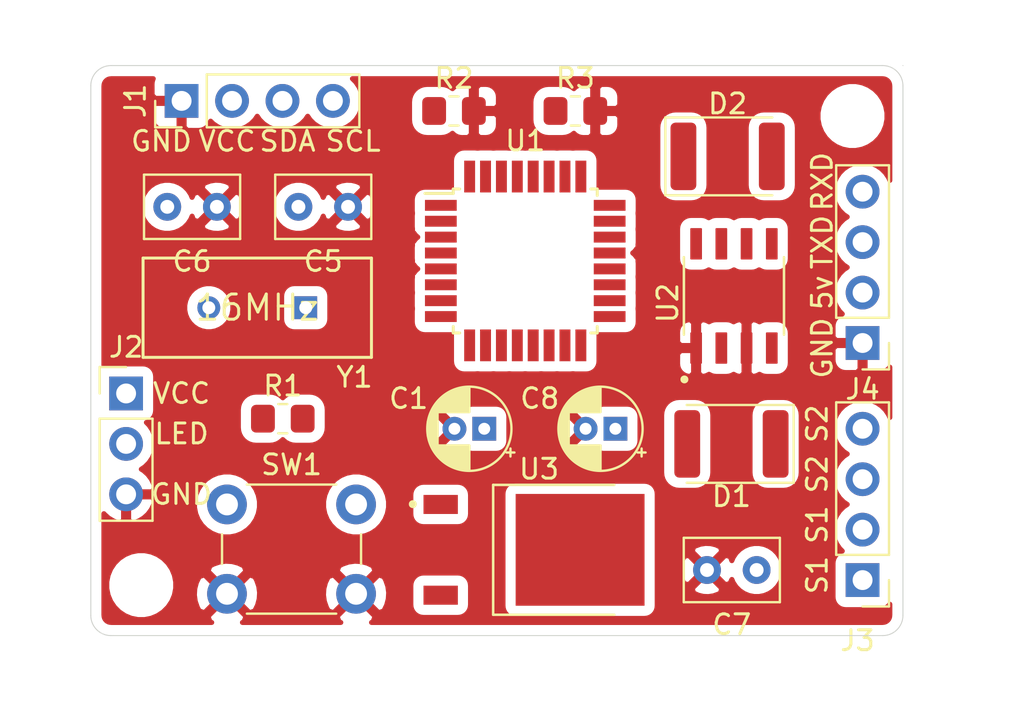
<source format=kicad_pcb>
(kicad_pcb (version 20171130) (host pcbnew "(5.1.10-1-10_14)")

  (general
    (thickness 1.6)
    (drawings 24)
    (tracks 0)
    (zones 0)
    (modules 21)
    (nets 31)
  )

  (page A4)
  (layers
    (0 F.Cu signal)
    (31 B.Cu signal)
    (32 B.Adhes user)
    (33 F.Adhes user)
    (34 B.Paste user)
    (35 F.Paste user)
    (36 B.SilkS user)
    (37 F.SilkS user)
    (38 B.Mask user)
    (39 F.Mask user)
    (40 Dwgs.User user)
    (41 Cmts.User user)
    (42 Eco1.User user)
    (43 Eco2.User user)
    (44 Edge.Cuts user)
    (45 Margin user)
    (46 B.CrtYd user hide)
    (47 F.CrtYd user hide)
    (48 B.Fab user)
    (49 F.Fab user hide)
  )

  (setup
    (last_trace_width 0.25)
    (trace_clearance 0.2)
    (zone_clearance 0.508)
    (zone_45_only no)
    (trace_min 0.2)
    (via_size 0.8)
    (via_drill 0.4)
    (via_min_size 0.4)
    (via_min_drill 0.3)
    (uvia_size 0.3)
    (uvia_drill 0.1)
    (uvias_allowed no)
    (uvia_min_size 0.2)
    (uvia_min_drill 0.1)
    (edge_width 0.05)
    (segment_width 0.2)
    (pcb_text_width 0.3)
    (pcb_text_size 1.5 1.5)
    (mod_edge_width 0.12)
    (mod_text_size 1 1)
    (mod_text_width 0.15)
    (pad_size 6.49 5.63)
    (pad_drill 0)
    (pad_to_mask_clearance 0)
    (aux_axis_origin 0 0)
    (visible_elements FFFFFF7F)
    (pcbplotparams
      (layerselection 0x010fc_ffffffff)
      (usegerberextensions false)
      (usegerberattributes true)
      (usegerberadvancedattributes true)
      (creategerberjobfile true)
      (excludeedgelayer true)
      (linewidth 0.100000)
      (plotframeref false)
      (viasonmask false)
      (mode 1)
      (useauxorigin false)
      (hpglpennumber 1)
      (hpglpenspeed 20)
      (hpglpendiameter 15.000000)
      (psnegative false)
      (psa4output false)
      (plotreference true)
      (plotvalue true)
      (plotinvisibletext false)
      (padsonsilk false)
      (subtractmaskfromsilk false)
      (outputformat 1)
      (mirror false)
      (drillshape 1)
      (scaleselection 1)
      (outputdirectory ""))
  )

  (net 0 "")
  (net 1 +5V)
  (net 2 GND)
  (net 3 "Net-(C5-Pad2)")
  (net 4 "Net-(C6-Pad2)")
  (net 5 VCC)
  (net 6 /SOL1)
  (net 7 /SOL2)
  (net 8 /SCL)
  (net 9 /SDA)
  (net 10 /LED)
  (net 11 /TXD)
  (net 12 /RXD)
  (net 13 "Net-(R1-Pad2)")
  (net 14 /Gate1)
  (net 15 /Gate2)
  (net 16 "Net-(U1-Pad1)")
  (net 17 "Net-(U1-Pad2)")
  (net 18 "Net-(U1-Pad12)")
  (net 19 "Net-(U1-Pad13)")
  (net 20 "Net-(U1-Pad14)")
  (net 21 "Net-(U1-Pad15)")
  (net 22 "Net-(U1-Pad16)")
  (net 23 "Net-(U1-Pad17)")
  (net 24 "Net-(U1-Pad19)")
  (net 25 "Net-(U1-Pad22)")
  (net 26 "Net-(U1-Pad23)")
  (net 27 "Net-(U1-Pad24)")
  (net 28 "Net-(U1-Pad25)")
  (net 29 "Net-(U1-Pad26)")
  (net 30 "Net-(U1-Pad32)")

  (net_class Default "This is the default net class."
    (clearance 0.2)
    (trace_width 0.25)
    (via_dia 0.8)
    (via_drill 0.4)
    (uvia_dia 0.3)
    (uvia_drill 0.1)
    (add_net +5V)
    (add_net /Gate1)
    (add_net /Gate2)
    (add_net /LED)
    (add_net /RXD)
    (add_net /SCL)
    (add_net /SDA)
    (add_net /SOL1)
    (add_net /SOL2)
    (add_net /TXD)
    (add_net GND)
    (add_net "Net-(C5-Pad2)")
    (add_net "Net-(C6-Pad2)")
    (add_net "Net-(R1-Pad2)")
    (add_net "Net-(U1-Pad1)")
    (add_net "Net-(U1-Pad12)")
    (add_net "Net-(U1-Pad13)")
    (add_net "Net-(U1-Pad14)")
    (add_net "Net-(U1-Pad15)")
    (add_net "Net-(U1-Pad16)")
    (add_net "Net-(U1-Pad17)")
    (add_net "Net-(U1-Pad19)")
    (add_net "Net-(U1-Pad2)")
    (add_net "Net-(U1-Pad22)")
    (add_net "Net-(U1-Pad23)")
    (add_net "Net-(U1-Pad24)")
    (add_net "Net-(U1-Pad25)")
    (add_net "Net-(U1-Pad26)")
    (add_net "Net-(U1-Pad32)")
    (add_net VCC)
  )

  (module MountingHole:MountingHole_2.2mm_M2 (layer F.Cu) (tedit 56D1B4CB) (tstamp 6185994A)
    (at 182.372 119.126)
    (descr "Mounting Hole 2.2mm, no annular, M2")
    (tags "mounting hole 2.2mm no annular m2")
    (path /61875E7A)
    (attr virtual)
    (fp_text reference H2 (at 0 -3.2) (layer F.SilkS) hide
      (effects (font (size 1 1) (thickness 0.15)))
    )
    (fp_text value MountingHole (at 0 3.2) (layer F.Fab)
      (effects (font (size 1 1) (thickness 0.15)))
    )
    (fp_circle (center 0 0) (end 2.45 0) (layer F.CrtYd) (width 0.05))
    (fp_circle (center 0 0) (end 2.2 0) (layer Cmts.User) (width 0.15))
    (fp_text user %R (at 0.3 0) (layer F.Fab)
      (effects (font (size 1 1) (thickness 0.15)))
    )
    (pad 1 np_thru_hole circle (at 0 0) (size 2.2 2.2) (drill 2.2) (layers *.Cu *.Mask))
  )

  (module MountingHole:MountingHole_2.2mm_M2 (layer F.Cu) (tedit 56D1B4CB) (tstamp 61859942)
    (at 146.558 142.748)
    (descr "Mounting Hole 2.2mm, no annular, M2")
    (tags "mounting hole 2.2mm no annular m2")
    (path /61875453)
    (attr virtual)
    (fp_text reference H1 (at 0 -3.2) (layer F.SilkS) hide
      (effects (font (size 1 1) (thickness 0.15)))
    )
    (fp_text value MountingHole (at 0 3.2) (layer F.Fab)
      (effects (font (size 1 1) (thickness 0.15)))
    )
    (fp_circle (center 0 0) (end 2.45 0) (layer F.CrtYd) (width 0.05))
    (fp_circle (center 0 0) (end 2.2 0) (layer Cmts.User) (width 0.15))
    (fp_text user %R (at 0.3 0) (layer F.Fab)
      (effects (font (size 1 1) (thickness 0.15)))
    )
    (pad 1 np_thru_hole circle (at 0 0) (size 2.2 2.2) (drill 2.2) (layers *.Cu *.Mask))
  )

  (module Capacitor_THT:CP_Radial_D4.0mm_P1.50mm (layer F.Cu) (tedit 5AE50EF0) (tstamp 61852A6C)
    (at 163.83 134.874 180)
    (descr "CP, Radial series, Radial, pin pitch=1.50mm, , diameter=4mm, Electrolytic Capacitor")
    (tags "CP Radial series Radial pin pitch 1.50mm  diameter 4mm Electrolytic Capacitor")
    (path /618E1D64)
    (fp_text reference C1 (at 3.81 1.524) (layer F.SilkS)
      (effects (font (size 1 1) (thickness 0.15)))
    )
    (fp_text value 10uF (at 0.75 3.25) (layer F.Fab)
      (effects (font (size 1 1) (thickness 0.15)))
    )
    (fp_circle (center 0.75 0) (end 2.75 0) (layer F.Fab) (width 0.1))
    (fp_circle (center 0.75 0) (end 2.87 0) (layer F.SilkS) (width 0.12))
    (fp_circle (center 0.75 0) (end 3 0) (layer F.CrtYd) (width 0.05))
    (fp_line (start -0.952554 -0.8675) (end -0.552554 -0.8675) (layer F.Fab) (width 0.1))
    (fp_line (start -0.752554 -1.0675) (end -0.752554 -0.6675) (layer F.Fab) (width 0.1))
    (fp_line (start 0.75 0.84) (end 0.75 2.08) (layer F.SilkS) (width 0.12))
    (fp_line (start 0.75 -2.08) (end 0.75 -0.84) (layer F.SilkS) (width 0.12))
    (fp_line (start 0.79 0.84) (end 0.79 2.08) (layer F.SilkS) (width 0.12))
    (fp_line (start 0.79 -2.08) (end 0.79 -0.84) (layer F.SilkS) (width 0.12))
    (fp_line (start 0.83 0.84) (end 0.83 2.079) (layer F.SilkS) (width 0.12))
    (fp_line (start 0.83 -2.079) (end 0.83 -0.84) (layer F.SilkS) (width 0.12))
    (fp_line (start 0.87 -2.077) (end 0.87 -0.84) (layer F.SilkS) (width 0.12))
    (fp_line (start 0.87 0.84) (end 0.87 2.077) (layer F.SilkS) (width 0.12))
    (fp_line (start 0.91 -2.074) (end 0.91 -0.84) (layer F.SilkS) (width 0.12))
    (fp_line (start 0.91 0.84) (end 0.91 2.074) (layer F.SilkS) (width 0.12))
    (fp_line (start 0.95 -2.071) (end 0.95 -0.84) (layer F.SilkS) (width 0.12))
    (fp_line (start 0.95 0.84) (end 0.95 2.071) (layer F.SilkS) (width 0.12))
    (fp_line (start 0.99 -2.067) (end 0.99 -0.84) (layer F.SilkS) (width 0.12))
    (fp_line (start 0.99 0.84) (end 0.99 2.067) (layer F.SilkS) (width 0.12))
    (fp_line (start 1.03 -2.062) (end 1.03 -0.84) (layer F.SilkS) (width 0.12))
    (fp_line (start 1.03 0.84) (end 1.03 2.062) (layer F.SilkS) (width 0.12))
    (fp_line (start 1.07 -2.056) (end 1.07 -0.84) (layer F.SilkS) (width 0.12))
    (fp_line (start 1.07 0.84) (end 1.07 2.056) (layer F.SilkS) (width 0.12))
    (fp_line (start 1.11 -2.05) (end 1.11 -0.84) (layer F.SilkS) (width 0.12))
    (fp_line (start 1.11 0.84) (end 1.11 2.05) (layer F.SilkS) (width 0.12))
    (fp_line (start 1.15 -2.042) (end 1.15 -0.84) (layer F.SilkS) (width 0.12))
    (fp_line (start 1.15 0.84) (end 1.15 2.042) (layer F.SilkS) (width 0.12))
    (fp_line (start 1.19 -2.034) (end 1.19 -0.84) (layer F.SilkS) (width 0.12))
    (fp_line (start 1.19 0.84) (end 1.19 2.034) (layer F.SilkS) (width 0.12))
    (fp_line (start 1.23 -2.025) (end 1.23 -0.84) (layer F.SilkS) (width 0.12))
    (fp_line (start 1.23 0.84) (end 1.23 2.025) (layer F.SilkS) (width 0.12))
    (fp_line (start 1.27 -2.016) (end 1.27 -0.84) (layer F.SilkS) (width 0.12))
    (fp_line (start 1.27 0.84) (end 1.27 2.016) (layer F.SilkS) (width 0.12))
    (fp_line (start 1.31 -2.005) (end 1.31 -0.84) (layer F.SilkS) (width 0.12))
    (fp_line (start 1.31 0.84) (end 1.31 2.005) (layer F.SilkS) (width 0.12))
    (fp_line (start 1.35 -1.994) (end 1.35 -0.84) (layer F.SilkS) (width 0.12))
    (fp_line (start 1.35 0.84) (end 1.35 1.994) (layer F.SilkS) (width 0.12))
    (fp_line (start 1.39 -1.982) (end 1.39 -0.84) (layer F.SilkS) (width 0.12))
    (fp_line (start 1.39 0.84) (end 1.39 1.982) (layer F.SilkS) (width 0.12))
    (fp_line (start 1.43 -1.968) (end 1.43 -0.84) (layer F.SilkS) (width 0.12))
    (fp_line (start 1.43 0.84) (end 1.43 1.968) (layer F.SilkS) (width 0.12))
    (fp_line (start 1.471 -1.954) (end 1.471 -0.84) (layer F.SilkS) (width 0.12))
    (fp_line (start 1.471 0.84) (end 1.471 1.954) (layer F.SilkS) (width 0.12))
    (fp_line (start 1.511 -1.94) (end 1.511 -0.84) (layer F.SilkS) (width 0.12))
    (fp_line (start 1.511 0.84) (end 1.511 1.94) (layer F.SilkS) (width 0.12))
    (fp_line (start 1.551 -1.924) (end 1.551 -0.84) (layer F.SilkS) (width 0.12))
    (fp_line (start 1.551 0.84) (end 1.551 1.924) (layer F.SilkS) (width 0.12))
    (fp_line (start 1.591 -1.907) (end 1.591 -0.84) (layer F.SilkS) (width 0.12))
    (fp_line (start 1.591 0.84) (end 1.591 1.907) (layer F.SilkS) (width 0.12))
    (fp_line (start 1.631 -1.889) (end 1.631 -0.84) (layer F.SilkS) (width 0.12))
    (fp_line (start 1.631 0.84) (end 1.631 1.889) (layer F.SilkS) (width 0.12))
    (fp_line (start 1.671 -1.87) (end 1.671 -0.84) (layer F.SilkS) (width 0.12))
    (fp_line (start 1.671 0.84) (end 1.671 1.87) (layer F.SilkS) (width 0.12))
    (fp_line (start 1.711 -1.851) (end 1.711 -0.84) (layer F.SilkS) (width 0.12))
    (fp_line (start 1.711 0.84) (end 1.711 1.851) (layer F.SilkS) (width 0.12))
    (fp_line (start 1.751 -1.83) (end 1.751 -0.84) (layer F.SilkS) (width 0.12))
    (fp_line (start 1.751 0.84) (end 1.751 1.83) (layer F.SilkS) (width 0.12))
    (fp_line (start 1.791 -1.808) (end 1.791 -0.84) (layer F.SilkS) (width 0.12))
    (fp_line (start 1.791 0.84) (end 1.791 1.808) (layer F.SilkS) (width 0.12))
    (fp_line (start 1.831 -1.785) (end 1.831 -0.84) (layer F.SilkS) (width 0.12))
    (fp_line (start 1.831 0.84) (end 1.831 1.785) (layer F.SilkS) (width 0.12))
    (fp_line (start 1.871 -1.76) (end 1.871 -0.84) (layer F.SilkS) (width 0.12))
    (fp_line (start 1.871 0.84) (end 1.871 1.76) (layer F.SilkS) (width 0.12))
    (fp_line (start 1.911 -1.735) (end 1.911 -0.84) (layer F.SilkS) (width 0.12))
    (fp_line (start 1.911 0.84) (end 1.911 1.735) (layer F.SilkS) (width 0.12))
    (fp_line (start 1.951 -1.708) (end 1.951 -0.84) (layer F.SilkS) (width 0.12))
    (fp_line (start 1.951 0.84) (end 1.951 1.708) (layer F.SilkS) (width 0.12))
    (fp_line (start 1.991 -1.68) (end 1.991 -0.84) (layer F.SilkS) (width 0.12))
    (fp_line (start 1.991 0.84) (end 1.991 1.68) (layer F.SilkS) (width 0.12))
    (fp_line (start 2.031 -1.65) (end 2.031 -0.84) (layer F.SilkS) (width 0.12))
    (fp_line (start 2.031 0.84) (end 2.031 1.65) (layer F.SilkS) (width 0.12))
    (fp_line (start 2.071 -1.619) (end 2.071 -0.84) (layer F.SilkS) (width 0.12))
    (fp_line (start 2.071 0.84) (end 2.071 1.619) (layer F.SilkS) (width 0.12))
    (fp_line (start 2.111 -1.587) (end 2.111 -0.84) (layer F.SilkS) (width 0.12))
    (fp_line (start 2.111 0.84) (end 2.111 1.587) (layer F.SilkS) (width 0.12))
    (fp_line (start 2.151 -1.552) (end 2.151 -0.84) (layer F.SilkS) (width 0.12))
    (fp_line (start 2.151 0.84) (end 2.151 1.552) (layer F.SilkS) (width 0.12))
    (fp_line (start 2.191 -1.516) (end 2.191 -0.84) (layer F.SilkS) (width 0.12))
    (fp_line (start 2.191 0.84) (end 2.191 1.516) (layer F.SilkS) (width 0.12))
    (fp_line (start 2.231 -1.478) (end 2.231 -0.84) (layer F.SilkS) (width 0.12))
    (fp_line (start 2.231 0.84) (end 2.231 1.478) (layer F.SilkS) (width 0.12))
    (fp_line (start 2.271 -1.438) (end 2.271 -0.84) (layer F.SilkS) (width 0.12))
    (fp_line (start 2.271 0.84) (end 2.271 1.438) (layer F.SilkS) (width 0.12))
    (fp_line (start 2.311 -1.396) (end 2.311 -0.84) (layer F.SilkS) (width 0.12))
    (fp_line (start 2.311 0.84) (end 2.311 1.396) (layer F.SilkS) (width 0.12))
    (fp_line (start 2.351 -1.351) (end 2.351 1.351) (layer F.SilkS) (width 0.12))
    (fp_line (start 2.391 -1.304) (end 2.391 1.304) (layer F.SilkS) (width 0.12))
    (fp_line (start 2.431 -1.254) (end 2.431 1.254) (layer F.SilkS) (width 0.12))
    (fp_line (start 2.471 -1.2) (end 2.471 1.2) (layer F.SilkS) (width 0.12))
    (fp_line (start 2.511 -1.142) (end 2.511 1.142) (layer F.SilkS) (width 0.12))
    (fp_line (start 2.551 -1.08) (end 2.551 1.08) (layer F.SilkS) (width 0.12))
    (fp_line (start 2.591 -1.013) (end 2.591 1.013) (layer F.SilkS) (width 0.12))
    (fp_line (start 2.631 -0.94) (end 2.631 0.94) (layer F.SilkS) (width 0.12))
    (fp_line (start 2.671 -0.859) (end 2.671 0.859) (layer F.SilkS) (width 0.12))
    (fp_line (start 2.711 -0.768) (end 2.711 0.768) (layer F.SilkS) (width 0.12))
    (fp_line (start 2.751 -0.664) (end 2.751 0.664) (layer F.SilkS) (width 0.12))
    (fp_line (start 2.791 -0.537) (end 2.791 0.537) (layer F.SilkS) (width 0.12))
    (fp_line (start 2.831 -0.37) (end 2.831 0.37) (layer F.SilkS) (width 0.12))
    (fp_line (start -1.519801 -1.195) (end -1.119801 -1.195) (layer F.SilkS) (width 0.12))
    (fp_line (start -1.319801 -1.395) (end -1.319801 -0.995) (layer F.SilkS) (width 0.12))
    (fp_text user %R (at 0.75 0) (layer F.Fab)
      (effects (font (size 0.8 0.8) (thickness 0.12)))
    )
    (pad 2 thru_hole circle (at 1.5 0 180) (size 1.2 1.2) (drill 0.6) (layers *.Cu *.Mask)
      (net 2 GND))
    (pad 1 thru_hole rect (at 0 0 180) (size 1.2 1.2) (drill 0.6) (layers *.Cu *.Mask)
      (net 1 +5V))
    (model ${KISYS3DMOD}/Capacitor_THT.3dshapes/CP_Radial_D4.0mm_P1.50mm.wrl
      (at (xyz 0 0 0))
      (scale (xyz 1 1 1))
      (rotate (xyz 0 0 0))
    )
  )

  (module Capacitor_THT:C_Rect_L4.6mm_W3.0mm_P2.50mm_MKS02_FKP02 (layer F.Cu) (tedit 5AE50EF0) (tstamp 6184D2DE)
    (at 156.972 123.698 180)
    (descr "C, Rect series, Radial, pin pitch=2.50mm, , length*width=4.6*3.0mm^2, Capacitor, http://www.wima.de/DE/WIMA_MKS_02.pdf")
    (tags "C Rect series Radial pin pitch 2.50mm  length 4.6mm width 3.0mm Capacitor")
    (path /61869399)
    (fp_text reference C5 (at 1.25 -2.75) (layer F.SilkS)
      (effects (font (size 1 1) (thickness 0.15)))
    )
    (fp_text value 22pF (at 1.25 2.75) (layer F.Fab)
      (effects (font (size 1 1) (thickness 0.15)))
    )
    (fp_line (start 3.8 -1.75) (end -1.3 -1.75) (layer F.CrtYd) (width 0.05))
    (fp_line (start 3.8 1.75) (end 3.8 -1.75) (layer F.CrtYd) (width 0.05))
    (fp_line (start -1.3 1.75) (end 3.8 1.75) (layer F.CrtYd) (width 0.05))
    (fp_line (start -1.3 -1.75) (end -1.3 1.75) (layer F.CrtYd) (width 0.05))
    (fp_line (start 3.67 -1.62) (end 3.67 1.62) (layer F.SilkS) (width 0.12))
    (fp_line (start -1.17 -1.62) (end -1.17 1.62) (layer F.SilkS) (width 0.12))
    (fp_line (start -1.17 1.62) (end 3.67 1.62) (layer F.SilkS) (width 0.12))
    (fp_line (start -1.17 -1.62) (end 3.67 -1.62) (layer F.SilkS) (width 0.12))
    (fp_line (start 3.55 -1.5) (end -1.05 -1.5) (layer F.Fab) (width 0.1))
    (fp_line (start 3.55 1.5) (end 3.55 -1.5) (layer F.Fab) (width 0.1))
    (fp_line (start -1.05 1.5) (end 3.55 1.5) (layer F.Fab) (width 0.1))
    (fp_line (start -1.05 -1.5) (end -1.05 1.5) (layer F.Fab) (width 0.1))
    (fp_text user %R (at 1.25 0) (layer F.Fab)
      (effects (font (size 0.92 0.92) (thickness 0.138)))
    )
    (pad 1 thru_hole circle (at 0 0 180) (size 1.4 1.4) (drill 0.7) (layers *.Cu *.Mask)
      (net 2 GND))
    (pad 2 thru_hole circle (at 2.5 0 180) (size 1.4 1.4) (drill 0.7) (layers *.Cu *.Mask)
      (net 3 "Net-(C5-Pad2)"))
    (model ${KISYS3DMOD}/Capacitor_THT.3dshapes/C_Rect_L4.6mm_W3.0mm_P2.50mm_MKS02_FKP02.wrl
      (at (xyz 0 0 0))
      (scale (xyz 1 1 1))
      (rotate (xyz 0 0 0))
    )
  )

  (module Capacitor_THT:C_Rect_L4.6mm_W3.0mm_P2.50mm_MKS02_FKP02 (layer F.Cu) (tedit 5AE50EF0) (tstamp 6184D2F1)
    (at 150.368 123.698 180)
    (descr "C, Rect series, Radial, pin pitch=2.50mm, , length*width=4.6*3.0mm^2, Capacitor, http://www.wima.de/DE/WIMA_MKS_02.pdf")
    (tags "C Rect series Radial pin pitch 2.50mm  length 4.6mm width 3.0mm Capacitor")
    (path /6186A653)
    (fp_text reference C6 (at 1.25 -2.75) (layer F.SilkS)
      (effects (font (size 1 1) (thickness 0.15)))
    )
    (fp_text value 22pF (at 1.25 2.75) (layer F.Fab)
      (effects (font (size 1 1) (thickness 0.15)))
    )
    (fp_line (start -1.05 -1.5) (end -1.05 1.5) (layer F.Fab) (width 0.1))
    (fp_line (start -1.05 1.5) (end 3.55 1.5) (layer F.Fab) (width 0.1))
    (fp_line (start 3.55 1.5) (end 3.55 -1.5) (layer F.Fab) (width 0.1))
    (fp_line (start 3.55 -1.5) (end -1.05 -1.5) (layer F.Fab) (width 0.1))
    (fp_line (start -1.17 -1.62) (end 3.67 -1.62) (layer F.SilkS) (width 0.12))
    (fp_line (start -1.17 1.62) (end 3.67 1.62) (layer F.SilkS) (width 0.12))
    (fp_line (start -1.17 -1.62) (end -1.17 1.62) (layer F.SilkS) (width 0.12))
    (fp_line (start 3.67 -1.62) (end 3.67 1.62) (layer F.SilkS) (width 0.12))
    (fp_line (start -1.3 -1.75) (end -1.3 1.75) (layer F.CrtYd) (width 0.05))
    (fp_line (start -1.3 1.75) (end 3.8 1.75) (layer F.CrtYd) (width 0.05))
    (fp_line (start 3.8 1.75) (end 3.8 -1.75) (layer F.CrtYd) (width 0.05))
    (fp_line (start 3.8 -1.75) (end -1.3 -1.75) (layer F.CrtYd) (width 0.05))
    (fp_text user %R (at 1.25 0) (layer F.Fab)
      (effects (font (size 0.92 0.92) (thickness 0.138)))
    )
    (pad 2 thru_hole circle (at 2.5 0 180) (size 1.4 1.4) (drill 0.7) (layers *.Cu *.Mask)
      (net 4 "Net-(C6-Pad2)"))
    (pad 1 thru_hole circle (at 0 0 180) (size 1.4 1.4) (drill 0.7) (layers *.Cu *.Mask)
      (net 2 GND))
    (model ${KISYS3DMOD}/Capacitor_THT.3dshapes/C_Rect_L4.6mm_W3.0mm_P2.50mm_MKS02_FKP02.wrl
      (at (xyz 0 0 0))
      (scale (xyz 1 1 1))
      (rotate (xyz 0 0 0))
    )
  )

  (module Capacitor_THT:C_Rect_L4.6mm_W3.0mm_P2.50mm_MKS02_FKP02 (layer F.Cu) (tedit 5AE50EF0) (tstamp 6184D304)
    (at 177.546 141.986 180)
    (descr "C, Rect series, Radial, pin pitch=2.50mm, , length*width=4.6*3.0mm^2, Capacitor, http://www.wima.de/DE/WIMA_MKS_02.pdf")
    (tags "C Rect series Radial pin pitch 2.50mm  length 4.6mm width 3.0mm Capacitor")
    (path /618F87A2)
    (fp_text reference C7 (at 1.25 -2.75) (layer F.SilkS)
      (effects (font (size 1 1) (thickness 0.15)))
    )
    (fp_text value 0.33uF (at 1.25 2.75) (layer F.Fab)
      (effects (font (size 1 1) (thickness 0.15)))
    )
    (fp_line (start 3.8 -1.75) (end -1.3 -1.75) (layer F.CrtYd) (width 0.05))
    (fp_line (start 3.8 1.75) (end 3.8 -1.75) (layer F.CrtYd) (width 0.05))
    (fp_line (start -1.3 1.75) (end 3.8 1.75) (layer F.CrtYd) (width 0.05))
    (fp_line (start -1.3 -1.75) (end -1.3 1.75) (layer F.CrtYd) (width 0.05))
    (fp_line (start 3.67 -1.62) (end 3.67 1.62) (layer F.SilkS) (width 0.12))
    (fp_line (start -1.17 -1.62) (end -1.17 1.62) (layer F.SilkS) (width 0.12))
    (fp_line (start -1.17 1.62) (end 3.67 1.62) (layer F.SilkS) (width 0.12))
    (fp_line (start -1.17 -1.62) (end 3.67 -1.62) (layer F.SilkS) (width 0.12))
    (fp_line (start 3.55 -1.5) (end -1.05 -1.5) (layer F.Fab) (width 0.1))
    (fp_line (start 3.55 1.5) (end 3.55 -1.5) (layer F.Fab) (width 0.1))
    (fp_line (start -1.05 1.5) (end 3.55 1.5) (layer F.Fab) (width 0.1))
    (fp_line (start -1.05 -1.5) (end -1.05 1.5) (layer F.Fab) (width 0.1))
    (fp_text user %R (at 1.25 0) (layer F.Fab)
      (effects (font (size 0.92 0.92) (thickness 0.138)))
    )
    (pad 1 thru_hole circle (at 0 0 180) (size 1.4 1.4) (drill 0.7) (layers *.Cu *.Mask)
      (net 5 VCC))
    (pad 2 thru_hole circle (at 2.5 0 180) (size 1.4 1.4) (drill 0.7) (layers *.Cu *.Mask)
      (net 2 GND))
    (model ${KISYS3DMOD}/Capacitor_THT.3dshapes/C_Rect_L4.6mm_W3.0mm_P2.50mm_MKS02_FKP02.wrl
      (at (xyz 0 0 0))
      (scale (xyz 1 1 1))
      (rotate (xyz 0 0 0))
    )
  )

  (module Capacitor_THT:CP_Radial_D4.0mm_P1.50mm (layer F.Cu) (tedit 5AE50EF0) (tstamp 6184D36F)
    (at 170.434 134.874 180)
    (descr "CP, Radial series, Radial, pin pitch=1.50mm, , diameter=4mm, Electrolytic Capacitor")
    (tags "CP Radial series Radial pin pitch 1.50mm  diameter 4mm Electrolytic Capacitor")
    (path /61902142)
    (fp_text reference C8 (at 3.81 1.524) (layer F.SilkS)
      (effects (font (size 1 1) (thickness 0.15)))
    )
    (fp_text value 0.1uF (at 0.75 3.25) (layer F.Fab)
      (effects (font (size 1 1) (thickness 0.15)))
    )
    (fp_line (start -1.319801 -1.395) (end -1.319801 -0.995) (layer F.SilkS) (width 0.12))
    (fp_line (start -1.519801 -1.195) (end -1.119801 -1.195) (layer F.SilkS) (width 0.12))
    (fp_line (start 2.831 -0.37) (end 2.831 0.37) (layer F.SilkS) (width 0.12))
    (fp_line (start 2.791 -0.537) (end 2.791 0.537) (layer F.SilkS) (width 0.12))
    (fp_line (start 2.751 -0.664) (end 2.751 0.664) (layer F.SilkS) (width 0.12))
    (fp_line (start 2.711 -0.768) (end 2.711 0.768) (layer F.SilkS) (width 0.12))
    (fp_line (start 2.671 -0.859) (end 2.671 0.859) (layer F.SilkS) (width 0.12))
    (fp_line (start 2.631 -0.94) (end 2.631 0.94) (layer F.SilkS) (width 0.12))
    (fp_line (start 2.591 -1.013) (end 2.591 1.013) (layer F.SilkS) (width 0.12))
    (fp_line (start 2.551 -1.08) (end 2.551 1.08) (layer F.SilkS) (width 0.12))
    (fp_line (start 2.511 -1.142) (end 2.511 1.142) (layer F.SilkS) (width 0.12))
    (fp_line (start 2.471 -1.2) (end 2.471 1.2) (layer F.SilkS) (width 0.12))
    (fp_line (start 2.431 -1.254) (end 2.431 1.254) (layer F.SilkS) (width 0.12))
    (fp_line (start 2.391 -1.304) (end 2.391 1.304) (layer F.SilkS) (width 0.12))
    (fp_line (start 2.351 -1.351) (end 2.351 1.351) (layer F.SilkS) (width 0.12))
    (fp_line (start 2.311 0.84) (end 2.311 1.396) (layer F.SilkS) (width 0.12))
    (fp_line (start 2.311 -1.396) (end 2.311 -0.84) (layer F.SilkS) (width 0.12))
    (fp_line (start 2.271 0.84) (end 2.271 1.438) (layer F.SilkS) (width 0.12))
    (fp_line (start 2.271 -1.438) (end 2.271 -0.84) (layer F.SilkS) (width 0.12))
    (fp_line (start 2.231 0.84) (end 2.231 1.478) (layer F.SilkS) (width 0.12))
    (fp_line (start 2.231 -1.478) (end 2.231 -0.84) (layer F.SilkS) (width 0.12))
    (fp_line (start 2.191 0.84) (end 2.191 1.516) (layer F.SilkS) (width 0.12))
    (fp_line (start 2.191 -1.516) (end 2.191 -0.84) (layer F.SilkS) (width 0.12))
    (fp_line (start 2.151 0.84) (end 2.151 1.552) (layer F.SilkS) (width 0.12))
    (fp_line (start 2.151 -1.552) (end 2.151 -0.84) (layer F.SilkS) (width 0.12))
    (fp_line (start 2.111 0.84) (end 2.111 1.587) (layer F.SilkS) (width 0.12))
    (fp_line (start 2.111 -1.587) (end 2.111 -0.84) (layer F.SilkS) (width 0.12))
    (fp_line (start 2.071 0.84) (end 2.071 1.619) (layer F.SilkS) (width 0.12))
    (fp_line (start 2.071 -1.619) (end 2.071 -0.84) (layer F.SilkS) (width 0.12))
    (fp_line (start 2.031 0.84) (end 2.031 1.65) (layer F.SilkS) (width 0.12))
    (fp_line (start 2.031 -1.65) (end 2.031 -0.84) (layer F.SilkS) (width 0.12))
    (fp_line (start 1.991 0.84) (end 1.991 1.68) (layer F.SilkS) (width 0.12))
    (fp_line (start 1.991 -1.68) (end 1.991 -0.84) (layer F.SilkS) (width 0.12))
    (fp_line (start 1.951 0.84) (end 1.951 1.708) (layer F.SilkS) (width 0.12))
    (fp_line (start 1.951 -1.708) (end 1.951 -0.84) (layer F.SilkS) (width 0.12))
    (fp_line (start 1.911 0.84) (end 1.911 1.735) (layer F.SilkS) (width 0.12))
    (fp_line (start 1.911 -1.735) (end 1.911 -0.84) (layer F.SilkS) (width 0.12))
    (fp_line (start 1.871 0.84) (end 1.871 1.76) (layer F.SilkS) (width 0.12))
    (fp_line (start 1.871 -1.76) (end 1.871 -0.84) (layer F.SilkS) (width 0.12))
    (fp_line (start 1.831 0.84) (end 1.831 1.785) (layer F.SilkS) (width 0.12))
    (fp_line (start 1.831 -1.785) (end 1.831 -0.84) (layer F.SilkS) (width 0.12))
    (fp_line (start 1.791 0.84) (end 1.791 1.808) (layer F.SilkS) (width 0.12))
    (fp_line (start 1.791 -1.808) (end 1.791 -0.84) (layer F.SilkS) (width 0.12))
    (fp_line (start 1.751 0.84) (end 1.751 1.83) (layer F.SilkS) (width 0.12))
    (fp_line (start 1.751 -1.83) (end 1.751 -0.84) (layer F.SilkS) (width 0.12))
    (fp_line (start 1.711 0.84) (end 1.711 1.851) (layer F.SilkS) (width 0.12))
    (fp_line (start 1.711 -1.851) (end 1.711 -0.84) (layer F.SilkS) (width 0.12))
    (fp_line (start 1.671 0.84) (end 1.671 1.87) (layer F.SilkS) (width 0.12))
    (fp_line (start 1.671 -1.87) (end 1.671 -0.84) (layer F.SilkS) (width 0.12))
    (fp_line (start 1.631 0.84) (end 1.631 1.889) (layer F.SilkS) (width 0.12))
    (fp_line (start 1.631 -1.889) (end 1.631 -0.84) (layer F.SilkS) (width 0.12))
    (fp_line (start 1.591 0.84) (end 1.591 1.907) (layer F.SilkS) (width 0.12))
    (fp_line (start 1.591 -1.907) (end 1.591 -0.84) (layer F.SilkS) (width 0.12))
    (fp_line (start 1.551 0.84) (end 1.551 1.924) (layer F.SilkS) (width 0.12))
    (fp_line (start 1.551 -1.924) (end 1.551 -0.84) (layer F.SilkS) (width 0.12))
    (fp_line (start 1.511 0.84) (end 1.511 1.94) (layer F.SilkS) (width 0.12))
    (fp_line (start 1.511 -1.94) (end 1.511 -0.84) (layer F.SilkS) (width 0.12))
    (fp_line (start 1.471 0.84) (end 1.471 1.954) (layer F.SilkS) (width 0.12))
    (fp_line (start 1.471 -1.954) (end 1.471 -0.84) (layer F.SilkS) (width 0.12))
    (fp_line (start 1.43 0.84) (end 1.43 1.968) (layer F.SilkS) (width 0.12))
    (fp_line (start 1.43 -1.968) (end 1.43 -0.84) (layer F.SilkS) (width 0.12))
    (fp_line (start 1.39 0.84) (end 1.39 1.982) (layer F.SilkS) (width 0.12))
    (fp_line (start 1.39 -1.982) (end 1.39 -0.84) (layer F.SilkS) (width 0.12))
    (fp_line (start 1.35 0.84) (end 1.35 1.994) (layer F.SilkS) (width 0.12))
    (fp_line (start 1.35 -1.994) (end 1.35 -0.84) (layer F.SilkS) (width 0.12))
    (fp_line (start 1.31 0.84) (end 1.31 2.005) (layer F.SilkS) (width 0.12))
    (fp_line (start 1.31 -2.005) (end 1.31 -0.84) (layer F.SilkS) (width 0.12))
    (fp_line (start 1.27 0.84) (end 1.27 2.016) (layer F.SilkS) (width 0.12))
    (fp_line (start 1.27 -2.016) (end 1.27 -0.84) (layer F.SilkS) (width 0.12))
    (fp_line (start 1.23 0.84) (end 1.23 2.025) (layer F.SilkS) (width 0.12))
    (fp_line (start 1.23 -2.025) (end 1.23 -0.84) (layer F.SilkS) (width 0.12))
    (fp_line (start 1.19 0.84) (end 1.19 2.034) (layer F.SilkS) (width 0.12))
    (fp_line (start 1.19 -2.034) (end 1.19 -0.84) (layer F.SilkS) (width 0.12))
    (fp_line (start 1.15 0.84) (end 1.15 2.042) (layer F.SilkS) (width 0.12))
    (fp_line (start 1.15 -2.042) (end 1.15 -0.84) (layer F.SilkS) (width 0.12))
    (fp_line (start 1.11 0.84) (end 1.11 2.05) (layer F.SilkS) (width 0.12))
    (fp_line (start 1.11 -2.05) (end 1.11 -0.84) (layer F.SilkS) (width 0.12))
    (fp_line (start 1.07 0.84) (end 1.07 2.056) (layer F.SilkS) (width 0.12))
    (fp_line (start 1.07 -2.056) (end 1.07 -0.84) (layer F.SilkS) (width 0.12))
    (fp_line (start 1.03 0.84) (end 1.03 2.062) (layer F.SilkS) (width 0.12))
    (fp_line (start 1.03 -2.062) (end 1.03 -0.84) (layer F.SilkS) (width 0.12))
    (fp_line (start 0.99 0.84) (end 0.99 2.067) (layer F.SilkS) (width 0.12))
    (fp_line (start 0.99 -2.067) (end 0.99 -0.84) (layer F.SilkS) (width 0.12))
    (fp_line (start 0.95 0.84) (end 0.95 2.071) (layer F.SilkS) (width 0.12))
    (fp_line (start 0.95 -2.071) (end 0.95 -0.84) (layer F.SilkS) (width 0.12))
    (fp_line (start 0.91 0.84) (end 0.91 2.074) (layer F.SilkS) (width 0.12))
    (fp_line (start 0.91 -2.074) (end 0.91 -0.84) (layer F.SilkS) (width 0.12))
    (fp_line (start 0.87 0.84) (end 0.87 2.077) (layer F.SilkS) (width 0.12))
    (fp_line (start 0.87 -2.077) (end 0.87 -0.84) (layer F.SilkS) (width 0.12))
    (fp_line (start 0.83 -2.079) (end 0.83 -0.84) (layer F.SilkS) (width 0.12))
    (fp_line (start 0.83 0.84) (end 0.83 2.079) (layer F.SilkS) (width 0.12))
    (fp_line (start 0.79 -2.08) (end 0.79 -0.84) (layer F.SilkS) (width 0.12))
    (fp_line (start 0.79 0.84) (end 0.79 2.08) (layer F.SilkS) (width 0.12))
    (fp_line (start 0.75 -2.08) (end 0.75 -0.84) (layer F.SilkS) (width 0.12))
    (fp_line (start 0.75 0.84) (end 0.75 2.08) (layer F.SilkS) (width 0.12))
    (fp_line (start -0.752554 -1.0675) (end -0.752554 -0.6675) (layer F.Fab) (width 0.1))
    (fp_line (start -0.952554 -0.8675) (end -0.552554 -0.8675) (layer F.Fab) (width 0.1))
    (fp_circle (center 0.75 0) (end 3 0) (layer F.CrtYd) (width 0.05))
    (fp_circle (center 0.75 0) (end 2.87 0) (layer F.SilkS) (width 0.12))
    (fp_circle (center 0.75 0) (end 2.75 0) (layer F.Fab) (width 0.1))
    (fp_text user %R (at 0.75 0) (layer F.Fab)
      (effects (font (size 0.8 0.8) (thickness 0.12)))
    )
    (pad 1 thru_hole rect (at 0 0 180) (size 1.2 1.2) (drill 0.6) (layers *.Cu *.Mask)
      (net 1 +5V))
    (pad 2 thru_hole circle (at 1.5 0 180) (size 1.2 1.2) (drill 0.6) (layers *.Cu *.Mask)
      (net 2 GND))
    (model ${KISYS3DMOD}/Capacitor_THT.3dshapes/CP_Radial_D4.0mm_P1.50mm.wrl
      (at (xyz 0 0 0))
      (scale (xyz 1 1 1))
      (rotate (xyz 0 0 0))
    )
  )

  (module Diode_SMD:D_1812_4532Metric_Pad1.30x3.40mm_HandSolder (layer F.Cu) (tedit 5F68FEF0) (tstamp 6184D382)
    (at 176.276 135.636 180)
    (descr "Diode SMD 1812 (4532 Metric), square (rectangular) end terminal, IPC_7351 nominal, (Body size source: https://www.nikhef.nl/pub/departments/mt/projects/detectorR_D/dtddice/ERJ2G.pdf), generated with kicad-footprint-generator")
    (tags "diode handsolder")
    (path /618416CF)
    (attr smd)
    (fp_text reference D1 (at 0 -2.65) (layer F.SilkS)
      (effects (font (size 1 1) (thickness 0.15)))
    )
    (fp_text value DIODE (at 0 2.65) (layer F.Fab)
      (effects (font (size 1 1) (thickness 0.15)))
    )
    (fp_line (start 3.12 1.95) (end -3.12 1.95) (layer F.CrtYd) (width 0.05))
    (fp_line (start 3.12 -1.95) (end 3.12 1.95) (layer F.CrtYd) (width 0.05))
    (fp_line (start -3.12 -1.95) (end 3.12 -1.95) (layer F.CrtYd) (width 0.05))
    (fp_line (start -3.12 1.95) (end -3.12 -1.95) (layer F.CrtYd) (width 0.05))
    (fp_line (start -3.135 1.96) (end 2.25 1.96) (layer F.SilkS) (width 0.12))
    (fp_line (start -3.135 -1.96) (end -3.135 1.96) (layer F.SilkS) (width 0.12))
    (fp_line (start 2.25 -1.96) (end -3.135 -1.96) (layer F.SilkS) (width 0.12))
    (fp_line (start 2.25 1.6) (end 2.25 -1.6) (layer F.Fab) (width 0.1))
    (fp_line (start -2.25 1.6) (end 2.25 1.6) (layer F.Fab) (width 0.1))
    (fp_line (start -2.25 -0.8) (end -2.25 1.6) (layer F.Fab) (width 0.1))
    (fp_line (start -1.45 -1.6) (end -2.25 -0.8) (layer F.Fab) (width 0.1))
    (fp_line (start 2.25 -1.6) (end -1.45 -1.6) (layer F.Fab) (width 0.1))
    (fp_text user %R (at 0 0) (layer F.Fab)
      (effects (font (size 1 1) (thickness 0.15)))
    )
    (pad 1 smd roundrect (at -2.225 0 180) (size 1.3 3.4) (layers F.Cu F.Paste F.Mask) (roundrect_rratio 0.192308)
      (net 6 /SOL1))
    (pad 2 smd roundrect (at 2.225 0 180) (size 1.3 3.4) (layers F.Cu F.Paste F.Mask) (roundrect_rratio 0.192308)
      (net 5 VCC))
    (model ${KISYS3DMOD}/Diode_SMD.3dshapes/D_1812_4532Metric.wrl
      (at (xyz 0 0 0))
      (scale (xyz 1 1 1))
      (rotate (xyz 0 0 0))
    )
  )

  (module Diode_SMD:D_1812_4532Metric_Pad1.30x3.40mm_HandSolder (layer F.Cu) (tedit 5F68FEF0) (tstamp 6184D395)
    (at 176.083 121.158)
    (descr "Diode SMD 1812 (4532 Metric), square (rectangular) end terminal, IPC_7351 nominal, (Body size source: https://www.nikhef.nl/pub/departments/mt/projects/detectorR_D/dtddice/ERJ2G.pdf), generated with kicad-footprint-generator")
    (tags "diode handsolder")
    (path /6184B9FB)
    (attr smd)
    (fp_text reference D2 (at 0 -2.65) (layer F.SilkS)
      (effects (font (size 1 1) (thickness 0.15)))
    )
    (fp_text value DIODE (at 0 2.65) (layer F.Fab)
      (effects (font (size 1 1) (thickness 0.15)))
    )
    (fp_line (start 2.25 -1.6) (end -1.45 -1.6) (layer F.Fab) (width 0.1))
    (fp_line (start -1.45 -1.6) (end -2.25 -0.8) (layer F.Fab) (width 0.1))
    (fp_line (start -2.25 -0.8) (end -2.25 1.6) (layer F.Fab) (width 0.1))
    (fp_line (start -2.25 1.6) (end 2.25 1.6) (layer F.Fab) (width 0.1))
    (fp_line (start 2.25 1.6) (end 2.25 -1.6) (layer F.Fab) (width 0.1))
    (fp_line (start 2.25 -1.96) (end -3.135 -1.96) (layer F.SilkS) (width 0.12))
    (fp_line (start -3.135 -1.96) (end -3.135 1.96) (layer F.SilkS) (width 0.12))
    (fp_line (start -3.135 1.96) (end 2.25 1.96) (layer F.SilkS) (width 0.12))
    (fp_line (start -3.12 1.95) (end -3.12 -1.95) (layer F.CrtYd) (width 0.05))
    (fp_line (start -3.12 -1.95) (end 3.12 -1.95) (layer F.CrtYd) (width 0.05))
    (fp_line (start 3.12 -1.95) (end 3.12 1.95) (layer F.CrtYd) (width 0.05))
    (fp_line (start 3.12 1.95) (end -3.12 1.95) (layer F.CrtYd) (width 0.05))
    (fp_text user %R (at 0 0) (layer F.Fab)
      (effects (font (size 1 1) (thickness 0.15)))
    )
    (pad 2 smd roundrect (at 2.225 0) (size 1.3 3.4) (layers F.Cu F.Paste F.Mask) (roundrect_rratio 0.192308)
      (net 5 VCC))
    (pad 1 smd roundrect (at -2.225 0) (size 1.3 3.4) (layers F.Cu F.Paste F.Mask) (roundrect_rratio 0.192308)
      (net 7 /SOL2))
    (model ${KISYS3DMOD}/Diode_SMD.3dshapes/D_1812_4532Metric.wrl
      (at (xyz 0 0 0))
      (scale (xyz 1 1 1))
      (rotate (xyz 0 0 0))
    )
  )

  (module Connector_PinHeader_2.54mm:PinHeader_1x04_P2.54mm_Vertical (layer F.Cu) (tedit 59FED5CC) (tstamp 6184D3AD)
    (at 148.59 118.364 90)
    (descr "Through hole straight pin header, 1x04, 2.54mm pitch, single row")
    (tags "Through hole pin header THT 1x04 2.54mm single row")
    (path /619AD31F)
    (fp_text reference J1 (at 0 -2.33 90) (layer F.SilkS)
      (effects (font (size 1 1) (thickness 0.15)))
    )
    (fp_text value "Power and Data Female" (at 2.54 4.064 180) (layer F.Fab)
      (effects (font (size 1 1) (thickness 0.15)))
    )
    (fp_line (start -0.635 -1.27) (end 1.27 -1.27) (layer F.Fab) (width 0.1))
    (fp_line (start 1.27 -1.27) (end 1.27 8.89) (layer F.Fab) (width 0.1))
    (fp_line (start 1.27 8.89) (end -1.27 8.89) (layer F.Fab) (width 0.1))
    (fp_line (start -1.27 8.89) (end -1.27 -0.635) (layer F.Fab) (width 0.1))
    (fp_line (start -1.27 -0.635) (end -0.635 -1.27) (layer F.Fab) (width 0.1))
    (fp_line (start -1.33 8.95) (end 1.33 8.95) (layer F.SilkS) (width 0.12))
    (fp_line (start -1.33 1.27) (end -1.33 8.95) (layer F.SilkS) (width 0.12))
    (fp_line (start 1.33 1.27) (end 1.33 8.95) (layer F.SilkS) (width 0.12))
    (fp_line (start -1.33 1.27) (end 1.33 1.27) (layer F.SilkS) (width 0.12))
    (fp_line (start -1.33 0) (end -1.33 -1.33) (layer F.SilkS) (width 0.12))
    (fp_line (start -1.33 -1.33) (end 0 -1.33) (layer F.SilkS) (width 0.12))
    (fp_line (start -1.8 -1.8) (end -1.8 9.4) (layer F.CrtYd) (width 0.05))
    (fp_line (start -1.8 9.4) (end 1.8 9.4) (layer F.CrtYd) (width 0.05))
    (fp_line (start 1.8 9.4) (end 1.8 -1.8) (layer F.CrtYd) (width 0.05))
    (fp_line (start 1.8 -1.8) (end -1.8 -1.8) (layer F.CrtYd) (width 0.05))
    (fp_text user %R (at 0 3.81) (layer F.Fab)
      (effects (font (size 1 1) (thickness 0.15)))
    )
    (pad 4 thru_hole oval (at 0 7.62 90) (size 1.7 1.7) (drill 1) (layers *.Cu *.Mask)
      (net 8 /SCL))
    (pad 3 thru_hole oval (at 0 5.08 90) (size 1.7 1.7) (drill 1) (layers *.Cu *.Mask)
      (net 9 /SDA))
    (pad 2 thru_hole oval (at 0 2.54 90) (size 1.7 1.7) (drill 1) (layers *.Cu *.Mask)
      (net 5 VCC))
    (pad 1 thru_hole rect (at 0 0 90) (size 1.7 1.7) (drill 1) (layers *.Cu *.Mask)
      (net 2 GND))
    (model ${KISYS3DMOD}/Connector_PinHeader_2.54mm.3dshapes/PinHeader_1x04_P2.54mm_Vertical.wrl
      (at (xyz 0 0 0))
      (scale (xyz 1 1 1))
      (rotate (xyz 0 0 0))
    )
  )

  (module Connector_PinHeader_2.54mm:PinHeader_1x03_P2.54mm_Vertical (layer F.Cu) (tedit 59FED5CC) (tstamp 6184D3C4)
    (at 145.796 133.096)
    (descr "Through hole straight pin header, 1x03, 2.54mm pitch, single row")
    (tags "Through hole pin header THT 1x03 2.54mm single row")
    (path /61A1172F)
    (fp_text reference J2 (at 0 -2.33) (layer F.SilkS)
      (effects (font (size 1 1) (thickness 0.15)))
    )
    (fp_text value "LED Female" (at 0 7.41) (layer F.Fab)
      (effects (font (size 1 1) (thickness 0.15)))
    )
    (fp_line (start 1.8 -1.8) (end -1.8 -1.8) (layer F.CrtYd) (width 0.05))
    (fp_line (start 1.8 6.85) (end 1.8 -1.8) (layer F.CrtYd) (width 0.05))
    (fp_line (start -1.8 6.85) (end 1.8 6.85) (layer F.CrtYd) (width 0.05))
    (fp_line (start -1.8 -1.8) (end -1.8 6.85) (layer F.CrtYd) (width 0.05))
    (fp_line (start -1.33 -1.33) (end 0 -1.33) (layer F.SilkS) (width 0.12))
    (fp_line (start -1.33 0) (end -1.33 -1.33) (layer F.SilkS) (width 0.12))
    (fp_line (start -1.33 1.27) (end 1.33 1.27) (layer F.SilkS) (width 0.12))
    (fp_line (start 1.33 1.27) (end 1.33 6.41) (layer F.SilkS) (width 0.12))
    (fp_line (start -1.33 1.27) (end -1.33 6.41) (layer F.SilkS) (width 0.12))
    (fp_line (start -1.33 6.41) (end 1.33 6.41) (layer F.SilkS) (width 0.12))
    (fp_line (start -1.27 -0.635) (end -0.635 -1.27) (layer F.Fab) (width 0.1))
    (fp_line (start -1.27 6.35) (end -1.27 -0.635) (layer F.Fab) (width 0.1))
    (fp_line (start 1.27 6.35) (end -1.27 6.35) (layer F.Fab) (width 0.1))
    (fp_line (start 1.27 -1.27) (end 1.27 6.35) (layer F.Fab) (width 0.1))
    (fp_line (start -0.635 -1.27) (end 1.27 -1.27) (layer F.Fab) (width 0.1))
    (fp_text user %R (at 0 2.54 90) (layer F.Fab)
      (effects (font (size 1 1) (thickness 0.15)))
    )
    (pad 1 thru_hole rect (at 0 0) (size 1.7 1.7) (drill 1) (layers *.Cu *.Mask)
      (net 5 VCC))
    (pad 2 thru_hole oval (at 0 2.54) (size 1.7 1.7) (drill 1) (layers *.Cu *.Mask)
      (net 10 /LED))
    (pad 3 thru_hole oval (at 0 5.08) (size 1.7 1.7) (drill 1) (layers *.Cu *.Mask)
      (net 2 GND))
    (model ${KISYS3DMOD}/Connector_PinHeader_2.54mm.3dshapes/PinHeader_1x03_P2.54mm_Vertical.wrl
      (at (xyz 0 0 0))
      (scale (xyz 1 1 1))
      (rotate (xyz 0 0 0))
    )
  )

  (module Connector_PinHeader_2.54mm:PinHeader_1x04_P2.54mm_Vertical (layer F.Cu) (tedit 59FED5CC) (tstamp 61859E46)
    (at 182.88 142.494 180)
    (descr "Through hole straight pin header, 1x04, 2.54mm pitch, single row")
    (tags "Through hole pin header THT 1x04 2.54mm single row")
    (path /6186D8EF)
    (fp_text reference J3 (at 0.254 -3.048) (layer F.SilkS)
      (effects (font (size 1 1) (thickness 0.15)))
    )
    (fp_text value "Solenoid Conn" (at 0 9.95) (layer F.Fab)
      (effects (font (size 1 1) (thickness 0.15)))
    )
    (fp_line (start 1.8 -1.8) (end -1.8 -1.8) (layer F.CrtYd) (width 0.05))
    (fp_line (start 1.8 9.4) (end 1.8 -1.8) (layer F.CrtYd) (width 0.05))
    (fp_line (start -1.8 9.4) (end 1.8 9.4) (layer F.CrtYd) (width 0.05))
    (fp_line (start -1.8 -1.8) (end -1.8 9.4) (layer F.CrtYd) (width 0.05))
    (fp_line (start -1.33 -1.33) (end 0 -1.33) (layer F.SilkS) (width 0.12))
    (fp_line (start -1.33 0) (end -1.33 -1.33) (layer F.SilkS) (width 0.12))
    (fp_line (start -1.33 1.27) (end 1.33 1.27) (layer F.SilkS) (width 0.12))
    (fp_line (start 1.33 1.27) (end 1.33 8.95) (layer F.SilkS) (width 0.12))
    (fp_line (start -1.33 1.27) (end -1.33 8.95) (layer F.SilkS) (width 0.12))
    (fp_line (start -1.33 8.95) (end 1.33 8.95) (layer F.SilkS) (width 0.12))
    (fp_line (start -1.27 -0.635) (end -0.635 -1.27) (layer F.Fab) (width 0.1))
    (fp_line (start -1.27 8.89) (end -1.27 -0.635) (layer F.Fab) (width 0.1))
    (fp_line (start 1.27 8.89) (end -1.27 8.89) (layer F.Fab) (width 0.1))
    (fp_line (start 1.27 -1.27) (end 1.27 8.89) (layer F.Fab) (width 0.1))
    (fp_line (start -0.635 -1.27) (end 1.27 -1.27) (layer F.Fab) (width 0.1))
    (fp_text user %R (at 0 3.81 90) (layer F.Fab)
      (effects (font (size 1 1) (thickness 0.15)))
    )
    (pad 1 thru_hole rect (at 0 0 180) (size 1.7 1.7) (drill 1) (layers *.Cu *.Mask)
      (net 6 /SOL1))
    (pad 2 thru_hole oval (at 0 2.54 180) (size 1.7 1.7) (drill 1) (layers *.Cu *.Mask)
      (net 5 VCC))
    (pad 3 thru_hole oval (at 0 5.08 180) (size 1.7 1.7) (drill 1) (layers *.Cu *.Mask)
      (net 7 /SOL2))
    (pad 4 thru_hole oval (at 0 7.62 180) (size 1.7 1.7) (drill 1) (layers *.Cu *.Mask)
      (net 5 VCC))
    (model ${KISYS3DMOD}/Connector_PinHeader_2.54mm.3dshapes/PinHeader_1x04_P2.54mm_Vertical.wrl
      (at (xyz 0 0 0))
      (scale (xyz 1 1 1))
      (rotate (xyz 0 0 0))
    )
  )

  (module Connector_PinHeader_2.54mm:PinHeader_1x04_P2.54mm_Vertical (layer F.Cu) (tedit 59FED5CC) (tstamp 61859E01)
    (at 182.88 130.556 180)
    (descr "Through hole straight pin header, 1x04, 2.54mm pitch, single row")
    (tags "Through hole pin header THT 1x04 2.54mm single row")
    (path /619396F2)
    (fp_text reference J4 (at 0 -2.33) (layer F.SilkS)
      (effects (font (size 1 1) (thickness 0.15)))
    )
    (fp_text value "Programming Pins Female" (at 2.794 3.302 270) (layer F.Fab)
      (effects (font (size 1 1) (thickness 0.15)))
    )
    (fp_line (start 1.8 -1.8) (end -1.8 -1.8) (layer F.CrtYd) (width 0.05))
    (fp_line (start 1.8 9.4) (end 1.8 -1.8) (layer F.CrtYd) (width 0.05))
    (fp_line (start -1.8 9.4) (end 1.8 9.4) (layer F.CrtYd) (width 0.05))
    (fp_line (start -1.8 -1.8) (end -1.8 9.4) (layer F.CrtYd) (width 0.05))
    (fp_line (start -1.33 -1.33) (end 0 -1.33) (layer F.SilkS) (width 0.12))
    (fp_line (start -1.33 0) (end -1.33 -1.33) (layer F.SilkS) (width 0.12))
    (fp_line (start -1.33 1.27) (end 1.33 1.27) (layer F.SilkS) (width 0.12))
    (fp_line (start 1.33 1.27) (end 1.33 8.95) (layer F.SilkS) (width 0.12))
    (fp_line (start -1.33 1.27) (end -1.33 8.95) (layer F.SilkS) (width 0.12))
    (fp_line (start -1.33 8.95) (end 1.33 8.95) (layer F.SilkS) (width 0.12))
    (fp_line (start -1.27 -0.635) (end -0.635 -1.27) (layer F.Fab) (width 0.1))
    (fp_line (start -1.27 8.89) (end -1.27 -0.635) (layer F.Fab) (width 0.1))
    (fp_line (start 1.27 8.89) (end -1.27 8.89) (layer F.Fab) (width 0.1))
    (fp_line (start 1.27 -1.27) (end 1.27 8.89) (layer F.Fab) (width 0.1))
    (fp_line (start -0.635 -1.27) (end 1.27 -1.27) (layer F.Fab) (width 0.1))
    (fp_text user %R (at 0 3.81 90) (layer F.Fab)
      (effects (font (size 1 1) (thickness 0.15)))
    )
    (pad 1 thru_hole rect (at 0 0 180) (size 1.7 1.7) (drill 1) (layers *.Cu *.Mask)
      (net 2 GND))
    (pad 2 thru_hole oval (at 0 2.54 180) (size 1.7 1.7) (drill 1) (layers *.Cu *.Mask)
      (net 1 +5V))
    (pad 3 thru_hole oval (at 0 5.08 180) (size 1.7 1.7) (drill 1) (layers *.Cu *.Mask)
      (net 11 /TXD))
    (pad 4 thru_hole oval (at 0 7.62 180) (size 1.7 1.7) (drill 1) (layers *.Cu *.Mask)
      (net 12 /RXD))
    (model ${KISYS3DMOD}/Connector_PinHeader_2.54mm.3dshapes/PinHeader_1x04_P2.54mm_Vertical.wrl
      (at (xyz 0 0 0))
      (scale (xyz 1 1 1))
      (rotate (xyz 0 0 0))
    )
  )

  (module Resistor_SMD:R_0805_2012Metric_Pad1.20x1.40mm_HandSolder (layer F.Cu) (tedit 5F68FEEE) (tstamp 618506A4)
    (at 153.686 134.366)
    (descr "Resistor SMD 0805 (2012 Metric), square (rectangular) end terminal, IPC_7351 nominal with elongated pad for handsoldering. (Body size source: IPC-SM-782 page 72, https://www.pcb-3d.com/wordpress/wp-content/uploads/ipc-sm-782a_amendment_1_and_2.pdf), generated with kicad-footprint-generator")
    (tags "resistor handsolder")
    (path /618DC021)
    (attr smd)
    (fp_text reference R1 (at 0 -1.65) (layer F.SilkS)
      (effects (font (size 1 1) (thickness 0.15)))
    )
    (fp_text value 10K (at 0 1.65) (layer F.Fab)
      (effects (font (size 1 1) (thickness 0.15)))
    )
    (fp_line (start 1.85 0.95) (end -1.85 0.95) (layer F.CrtYd) (width 0.05))
    (fp_line (start 1.85 -0.95) (end 1.85 0.95) (layer F.CrtYd) (width 0.05))
    (fp_line (start -1.85 -0.95) (end 1.85 -0.95) (layer F.CrtYd) (width 0.05))
    (fp_line (start -1.85 0.95) (end -1.85 -0.95) (layer F.CrtYd) (width 0.05))
    (fp_line (start -0.227064 0.735) (end 0.227064 0.735) (layer F.SilkS) (width 0.12))
    (fp_line (start -0.227064 -0.735) (end 0.227064 -0.735) (layer F.SilkS) (width 0.12))
    (fp_line (start 1 0.625) (end -1 0.625) (layer F.Fab) (width 0.1))
    (fp_line (start 1 -0.625) (end 1 0.625) (layer F.Fab) (width 0.1))
    (fp_line (start -1 -0.625) (end 1 -0.625) (layer F.Fab) (width 0.1))
    (fp_line (start -1 0.625) (end -1 -0.625) (layer F.Fab) (width 0.1))
    (fp_text user %R (at 0 0) (layer F.Fab)
      (effects (font (size 0.5 0.5) (thickness 0.08)))
    )
    (pad 1 smd roundrect (at -1 0) (size 1.2 1.4) (layers F.Cu F.Paste F.Mask) (roundrect_rratio 0.208333)
      (net 1 +5V))
    (pad 2 smd roundrect (at 1 0) (size 1.2 1.4) (layers F.Cu F.Paste F.Mask) (roundrect_rratio 0.208333)
      (net 13 "Net-(R1-Pad2)"))
    (model ${KISYS3DMOD}/Resistor_SMD.3dshapes/R_0805_2012Metric.wrl
      (at (xyz 0 0 0))
      (scale (xyz 1 1 1))
      (rotate (xyz 0 0 0))
    )
  )

  (module Resistor_SMD:R_0805_2012Metric_Pad1.20x1.40mm_HandSolder (layer F.Cu) (tedit 5F68FEEE) (tstamp 6184D416)
    (at 162.306 118.872)
    (descr "Resistor SMD 0805 (2012 Metric), square (rectangular) end terminal, IPC_7351 nominal with elongated pad for handsoldering. (Body size source: IPC-SM-782 page 72, https://www.pcb-3d.com/wordpress/wp-content/uploads/ipc-sm-782a_amendment_1_and_2.pdf), generated with kicad-footprint-generator")
    (tags "resistor handsolder")
    (path /618473D9)
    (attr smd)
    (fp_text reference R2 (at 0 -1.65) (layer F.SilkS)
      (effects (font (size 1 1) (thickness 0.15)))
    )
    (fp_text value 10K (at 0 1.65) (layer F.Fab)
      (effects (font (size 1 1) (thickness 0.15)))
    )
    (fp_line (start 1.85 0.95) (end -1.85 0.95) (layer F.CrtYd) (width 0.05))
    (fp_line (start 1.85 -0.95) (end 1.85 0.95) (layer F.CrtYd) (width 0.05))
    (fp_line (start -1.85 -0.95) (end 1.85 -0.95) (layer F.CrtYd) (width 0.05))
    (fp_line (start -1.85 0.95) (end -1.85 -0.95) (layer F.CrtYd) (width 0.05))
    (fp_line (start -0.227064 0.735) (end 0.227064 0.735) (layer F.SilkS) (width 0.12))
    (fp_line (start -0.227064 -0.735) (end 0.227064 -0.735) (layer F.SilkS) (width 0.12))
    (fp_line (start 1 0.625) (end -1 0.625) (layer F.Fab) (width 0.1))
    (fp_line (start 1 -0.625) (end 1 0.625) (layer F.Fab) (width 0.1))
    (fp_line (start -1 -0.625) (end 1 -0.625) (layer F.Fab) (width 0.1))
    (fp_line (start -1 0.625) (end -1 -0.625) (layer F.Fab) (width 0.1))
    (fp_text user %R (at 0 0) (layer F.Fab)
      (effects (font (size 0.5 0.5) (thickness 0.08)))
    )
    (pad 1 smd roundrect (at -1 0) (size 1.2 1.4) (layers F.Cu F.Paste F.Mask) (roundrect_rratio 0.208333)
      (net 14 /Gate1))
    (pad 2 smd roundrect (at 1 0) (size 1.2 1.4) (layers F.Cu F.Paste F.Mask) (roundrect_rratio 0.208333)
      (net 2 GND))
    (model ${KISYS3DMOD}/Resistor_SMD.3dshapes/R_0805_2012Metric.wrl
      (at (xyz 0 0 0))
      (scale (xyz 1 1 1))
      (rotate (xyz 0 0 0))
    )
  )

  (module Resistor_SMD:R_0805_2012Metric_Pad1.20x1.40mm_HandSolder (layer F.Cu) (tedit 5F68FEEE) (tstamp 6185024F)
    (at 168.418 118.872)
    (descr "Resistor SMD 0805 (2012 Metric), square (rectangular) end terminal, IPC_7351 nominal with elongated pad for handsoldering. (Body size source: IPC-SM-782 page 72, https://www.pcb-3d.com/wordpress/wp-content/uploads/ipc-sm-782a_amendment_1_and_2.pdf), generated with kicad-footprint-generator")
    (tags "resistor handsolder")
    (path /6184AEB2)
    (attr smd)
    (fp_text reference R3 (at 0 -1.65) (layer F.SilkS)
      (effects (font (size 1 1) (thickness 0.15)))
    )
    (fp_text value 10K (at 0 1.65) (layer F.Fab)
      (effects (font (size 1 1) (thickness 0.15)))
    )
    (fp_line (start -1 0.625) (end -1 -0.625) (layer F.Fab) (width 0.1))
    (fp_line (start -1 -0.625) (end 1 -0.625) (layer F.Fab) (width 0.1))
    (fp_line (start 1 -0.625) (end 1 0.625) (layer F.Fab) (width 0.1))
    (fp_line (start 1 0.625) (end -1 0.625) (layer F.Fab) (width 0.1))
    (fp_line (start -0.227064 -0.735) (end 0.227064 -0.735) (layer F.SilkS) (width 0.12))
    (fp_line (start -0.227064 0.735) (end 0.227064 0.735) (layer F.SilkS) (width 0.12))
    (fp_line (start -1.85 0.95) (end -1.85 -0.95) (layer F.CrtYd) (width 0.05))
    (fp_line (start -1.85 -0.95) (end 1.85 -0.95) (layer F.CrtYd) (width 0.05))
    (fp_line (start 1.85 -0.95) (end 1.85 0.95) (layer F.CrtYd) (width 0.05))
    (fp_line (start 1.85 0.95) (end -1.85 0.95) (layer F.CrtYd) (width 0.05))
    (fp_text user %R (at 0 0) (layer F.Fab)
      (effects (font (size 0.5 0.5) (thickness 0.08)))
    )
    (pad 2 smd roundrect (at 1 0) (size 1.2 1.4) (layers F.Cu F.Paste F.Mask) (roundrect_rratio 0.208333)
      (net 2 GND))
    (pad 1 smd roundrect (at -1 0) (size 1.2 1.4) (layers F.Cu F.Paste F.Mask) (roundrect_rratio 0.208333)
      (net 15 /Gate2))
    (model ${KISYS3DMOD}/Resistor_SMD.3dshapes/R_0805_2012Metric.wrl
      (at (xyz 0 0 0))
      (scale (xyz 1 1 1))
      (rotate (xyz 0 0 0))
    )
  )

  (module Button_Switch_THT:SW_PUSH_6mm (layer F.Cu) (tedit 5A02FE31) (tstamp 6184D446)
    (at 150.876 138.684)
    (descr https://www.omron.com/ecb/products/pdf/en-b3f.pdf)
    (tags "tact sw push 6mm")
    (path /6199C59F)
    (fp_text reference SW1 (at 3.25 -2) (layer F.SilkS)
      (effects (font (size 1 1) (thickness 0.15)))
    )
    (fp_text value SW_Push_Dual (at 3.75 6.7) (layer F.Fab)
      (effects (font (size 1 1) (thickness 0.15)))
    )
    (fp_circle (center 3.25 2.25) (end 1.25 2.5) (layer F.Fab) (width 0.1))
    (fp_line (start 6.75 3) (end 6.75 1.5) (layer F.SilkS) (width 0.12))
    (fp_line (start 5.5 -1) (end 1 -1) (layer F.SilkS) (width 0.12))
    (fp_line (start -0.25 1.5) (end -0.25 3) (layer F.SilkS) (width 0.12))
    (fp_line (start 1 5.5) (end 5.5 5.5) (layer F.SilkS) (width 0.12))
    (fp_line (start 8 -1.25) (end 8 5.75) (layer F.CrtYd) (width 0.05))
    (fp_line (start 7.75 6) (end -1.25 6) (layer F.CrtYd) (width 0.05))
    (fp_line (start -1.5 5.75) (end -1.5 -1.25) (layer F.CrtYd) (width 0.05))
    (fp_line (start -1.25 -1.5) (end 7.75 -1.5) (layer F.CrtYd) (width 0.05))
    (fp_line (start -1.5 6) (end -1.25 6) (layer F.CrtYd) (width 0.05))
    (fp_line (start -1.5 5.75) (end -1.5 6) (layer F.CrtYd) (width 0.05))
    (fp_line (start -1.5 -1.5) (end -1.25 -1.5) (layer F.CrtYd) (width 0.05))
    (fp_line (start -1.5 -1.25) (end -1.5 -1.5) (layer F.CrtYd) (width 0.05))
    (fp_line (start 8 -1.5) (end 8 -1.25) (layer F.CrtYd) (width 0.05))
    (fp_line (start 7.75 -1.5) (end 8 -1.5) (layer F.CrtYd) (width 0.05))
    (fp_line (start 8 6) (end 8 5.75) (layer F.CrtYd) (width 0.05))
    (fp_line (start 7.75 6) (end 8 6) (layer F.CrtYd) (width 0.05))
    (fp_line (start 0.25 -0.75) (end 3.25 -0.75) (layer F.Fab) (width 0.1))
    (fp_line (start 0.25 5.25) (end 0.25 -0.75) (layer F.Fab) (width 0.1))
    (fp_line (start 6.25 5.25) (end 0.25 5.25) (layer F.Fab) (width 0.1))
    (fp_line (start 6.25 -0.75) (end 6.25 5.25) (layer F.Fab) (width 0.1))
    (fp_line (start 3.25 -0.75) (end 6.25 -0.75) (layer F.Fab) (width 0.1))
    (fp_text user %R (at 3.25 2.25) (layer F.Fab)
      (effects (font (size 1 1) (thickness 0.15)))
    )
    (pad 2 thru_hole circle (at 0 4.5 90) (size 2 2) (drill 1.1) (layers *.Cu *.Mask)
      (net 2 GND))
    (pad 1 thru_hole circle (at 0 0 90) (size 2 2) (drill 1.1) (layers *.Cu *.Mask)
      (net 1 +5V))
    (pad 2 thru_hole circle (at 6.5 4.5 90) (size 2 2) (drill 1.1) (layers *.Cu *.Mask)
      (net 2 GND))
    (pad 1 thru_hole circle (at 6.5 0 90) (size 2 2) (drill 1.1) (layers *.Cu *.Mask)
      (net 1 +5V))
    (model ${KISYS3DMOD}/Button_Switch_THT.3dshapes/SW_PUSH_6mm.wrl
      (at (xyz 0 0 0))
      (scale (xyz 1 1 1))
      (rotate (xyz 0 0 0))
    )
  )

  (module Package_QFP:TQFP-32_7x7mm_P0.8mm (layer F.Cu) (tedit 5A02F146) (tstamp 6184D47D)
    (at 165.894 126.424)
    (descr "32-Lead Plastic Thin Quad Flatpack (PT) - 7x7x1.0 mm Body, 2.00 mm [TQFP] (see Microchip Packaging Specification 00000049BS.pdf)")
    (tags "QFP 0.8")
    (path /6183F0D4)
    (attr smd)
    (fp_text reference U1 (at 0 -6.05) (layer F.SilkS)
      (effects (font (size 1 1) (thickness 0.15)))
    )
    (fp_text value ATmega328P-AU (at 0 6.05) (layer F.Fab)
      (effects (font (size 1 1) (thickness 0.15)))
    )
    (fp_line (start -3.625 -3.4) (end -5.05 -3.4) (layer F.SilkS) (width 0.15))
    (fp_line (start 3.625 -3.625) (end 3.3 -3.625) (layer F.SilkS) (width 0.15))
    (fp_line (start 3.625 3.625) (end 3.3 3.625) (layer F.SilkS) (width 0.15))
    (fp_line (start -3.625 3.625) (end -3.3 3.625) (layer F.SilkS) (width 0.15))
    (fp_line (start -3.625 -3.625) (end -3.3 -3.625) (layer F.SilkS) (width 0.15))
    (fp_line (start -3.625 3.625) (end -3.625 3.3) (layer F.SilkS) (width 0.15))
    (fp_line (start 3.625 3.625) (end 3.625 3.3) (layer F.SilkS) (width 0.15))
    (fp_line (start 3.625 -3.625) (end 3.625 -3.3) (layer F.SilkS) (width 0.15))
    (fp_line (start -3.625 -3.625) (end -3.625 -3.4) (layer F.SilkS) (width 0.15))
    (fp_line (start -5.3 5.3) (end 5.3 5.3) (layer F.CrtYd) (width 0.05))
    (fp_line (start -5.3 -5.3) (end 5.3 -5.3) (layer F.CrtYd) (width 0.05))
    (fp_line (start 5.3 -5.3) (end 5.3 5.3) (layer F.CrtYd) (width 0.05))
    (fp_line (start -5.3 -5.3) (end -5.3 5.3) (layer F.CrtYd) (width 0.05))
    (fp_line (start -3.5 -2.5) (end -2.5 -3.5) (layer F.Fab) (width 0.15))
    (fp_line (start -3.5 3.5) (end -3.5 -2.5) (layer F.Fab) (width 0.15))
    (fp_line (start 3.5 3.5) (end -3.5 3.5) (layer F.Fab) (width 0.15))
    (fp_line (start 3.5 -3.5) (end 3.5 3.5) (layer F.Fab) (width 0.15))
    (fp_line (start -2.5 -3.5) (end 3.5 -3.5) (layer F.Fab) (width 0.15))
    (fp_text user %R (at 0 0) (layer F.Fab)
      (effects (font (size 1 1) (thickness 0.15)))
    )
    (pad 1 smd rect (at -4.25 -2.8) (size 1.6 0.55) (layers F.Cu F.Paste F.Mask)
      (net 16 "Net-(U1-Pad1)"))
    (pad 2 smd rect (at -4.25 -2) (size 1.6 0.55) (layers F.Cu F.Paste F.Mask)
      (net 17 "Net-(U1-Pad2)"))
    (pad 3 smd rect (at -4.25 -1.2) (size 1.6 0.55) (layers F.Cu F.Paste F.Mask)
      (net 2 GND))
    (pad 4 smd rect (at -4.25 -0.4) (size 1.6 0.55) (layers F.Cu F.Paste F.Mask)
      (net 1 +5V))
    (pad 5 smd rect (at -4.25 0.4) (size 1.6 0.55) (layers F.Cu F.Paste F.Mask)
      (net 2 GND))
    (pad 6 smd rect (at -4.25 1.2) (size 1.6 0.55) (layers F.Cu F.Paste F.Mask)
      (net 1 +5V))
    (pad 7 smd rect (at -4.25 2) (size 1.6 0.55) (layers F.Cu F.Paste F.Mask)
      (net 3 "Net-(C5-Pad2)"))
    (pad 8 smd rect (at -4.25 2.8) (size 1.6 0.55) (layers F.Cu F.Paste F.Mask)
      (net 4 "Net-(C6-Pad2)"))
    (pad 9 smd rect (at -2.8 4.25 90) (size 1.6 0.55) (layers F.Cu F.Paste F.Mask)
      (net 10 /LED))
    (pad 10 smd rect (at -2 4.25 90) (size 1.6 0.55) (layers F.Cu F.Paste F.Mask)
      (net 14 /Gate1))
    (pad 11 smd rect (at -1.2 4.25 90) (size 1.6 0.55) (layers F.Cu F.Paste F.Mask)
      (net 15 /Gate2))
    (pad 12 smd rect (at -0.4 4.25 90) (size 1.6 0.55) (layers F.Cu F.Paste F.Mask)
      (net 18 "Net-(U1-Pad12)"))
    (pad 13 smd rect (at 0.4 4.25 90) (size 1.6 0.55) (layers F.Cu F.Paste F.Mask)
      (net 19 "Net-(U1-Pad13)"))
    (pad 14 smd rect (at 1.2 4.25 90) (size 1.6 0.55) (layers F.Cu F.Paste F.Mask)
      (net 20 "Net-(U1-Pad14)"))
    (pad 15 smd rect (at 2 4.25 90) (size 1.6 0.55) (layers F.Cu F.Paste F.Mask)
      (net 21 "Net-(U1-Pad15)"))
    (pad 16 smd rect (at 2.8 4.25 90) (size 1.6 0.55) (layers F.Cu F.Paste F.Mask)
      (net 22 "Net-(U1-Pad16)"))
    (pad 17 smd rect (at 4.25 2.8) (size 1.6 0.55) (layers F.Cu F.Paste F.Mask)
      (net 23 "Net-(U1-Pad17)"))
    (pad 18 smd rect (at 4.25 2) (size 1.6 0.55) (layers F.Cu F.Paste F.Mask)
      (net 1 +5V))
    (pad 19 smd rect (at 4.25 1.2) (size 1.6 0.55) (layers F.Cu F.Paste F.Mask)
      (net 24 "Net-(U1-Pad19)"))
    (pad 20 smd rect (at 4.25 0.4) (size 1.6 0.55) (layers F.Cu F.Paste F.Mask)
      (net 1 +5V))
    (pad 21 smd rect (at 4.25 -0.4) (size 1.6 0.55) (layers F.Cu F.Paste F.Mask)
      (net 2 GND))
    (pad 22 smd rect (at 4.25 -1.2) (size 1.6 0.55) (layers F.Cu F.Paste F.Mask)
      (net 25 "Net-(U1-Pad22)"))
    (pad 23 smd rect (at 4.25 -2) (size 1.6 0.55) (layers F.Cu F.Paste F.Mask)
      (net 26 "Net-(U1-Pad23)"))
    (pad 24 smd rect (at 4.25 -2.8) (size 1.6 0.55) (layers F.Cu F.Paste F.Mask)
      (net 27 "Net-(U1-Pad24)"))
    (pad 25 smd rect (at 2.8 -4.25 90) (size 1.6 0.55) (layers F.Cu F.Paste F.Mask)
      (net 28 "Net-(U1-Pad25)"))
    (pad 26 smd rect (at 2 -4.25 90) (size 1.6 0.55) (layers F.Cu F.Paste F.Mask)
      (net 29 "Net-(U1-Pad26)"))
    (pad 27 smd rect (at 1.2 -4.25 90) (size 1.6 0.55) (layers F.Cu F.Paste F.Mask)
      (net 9 /SDA))
    (pad 28 smd rect (at 0.4 -4.25 90) (size 1.6 0.55) (layers F.Cu F.Paste F.Mask)
      (net 8 /SCL))
    (pad 29 smd rect (at -0.4 -4.25 90) (size 1.6 0.55) (layers F.Cu F.Paste F.Mask)
      (net 13 "Net-(R1-Pad2)"))
    (pad 30 smd rect (at -1.2 -4.25 90) (size 1.6 0.55) (layers F.Cu F.Paste F.Mask)
      (net 12 /RXD))
    (pad 31 smd rect (at -2 -4.25 90) (size 1.6 0.55) (layers F.Cu F.Paste F.Mask)
      (net 11 /TXD))
    (pad 32 smd rect (at -2.8 -4.25 90) (size 1.6 0.55) (layers F.Cu F.Paste F.Mask)
      (net 30 "Net-(U1-Pad32)"))
    (model ${KISYS3DMOD}/Package_QFP.3dshapes/TQFP-32_7x7mm_P0.8mm.wrl
      (at (xyz 0 0 0))
      (scale (xyz 1 1 1))
      (rotate (xyz 0 0 0))
    )
  )

  (module footprints:SOIC127P600X150-8N (layer F.Cu) (tedit 618458EC) (tstamp 6184D495)
    (at 176.403 128.185 90)
    (path /6183F27F)
    (fp_text reference U2 (at -0.355 -3.332 90) (layer F.SilkS)
      (effects (font (size 1 1) (thickness 0.15)))
    )
    (fp_text value DMN4026SSD (at 7.9 3.332 90) (layer F.Fab)
      (effects (font (size 1 1) (thickness 0.15)))
    )
    (fp_circle (center -4.205 -2.495) (end -4.105 -2.495) (layer F.SilkS) (width 0.2))
    (fp_circle (center -4.205 -2.495) (end -4.105 -2.495) (layer F.Fab) (width 0.2))
    (fp_line (start -1.95 -2.475) (end 1.95 -2.475) (layer F.Fab) (width 0.127))
    (fp_line (start -1.95 2.475) (end 1.95 2.475) (layer F.Fab) (width 0.127))
    (fp_line (start -1.95 -2.52) (end 1.95 -2.52) (layer F.SilkS) (width 0.127))
    (fp_line (start -1.95 2.52) (end 1.95 2.52) (layer F.SilkS) (width 0.127))
    (fp_line (start -1.95 -2.475) (end -1.95 2.475) (layer F.Fab) (width 0.127))
    (fp_line (start 1.95 -2.475) (end 1.95 2.475) (layer F.Fab) (width 0.127))
    (fp_line (start -3.665 -2.725) (end 3.665 -2.725) (layer F.CrtYd) (width 0.05))
    (fp_line (start -3.665 2.725) (end 3.665 2.725) (layer F.CrtYd) (width 0.05))
    (fp_line (start -3.665 -2.725) (end -3.665 2.725) (layer F.CrtYd) (width 0.05))
    (fp_line (start 3.665 -2.725) (end 3.665 2.725) (layer F.CrtYd) (width 0.05))
    (pad 1 smd roundrect (at -2.625 -1.905 90) (size 1.58 0.59) (layers F.Cu F.Paste F.Mask) (roundrect_rratio 0.07000000000000001)
      (net 2 GND))
    (pad 2 smd roundrect (at -2.625 -0.635 90) (size 1.58 0.59) (layers F.Cu F.Paste F.Mask) (roundrect_rratio 0.07000000000000001)
      (net 14 /Gate1))
    (pad 3 smd roundrect (at -2.625 0.635 90) (size 1.58 0.59) (layers F.Cu F.Paste F.Mask) (roundrect_rratio 0.07000000000000001)
      (net 2 GND))
    (pad 4 smd roundrect (at -2.625 1.905 90) (size 1.58 0.59) (layers F.Cu F.Paste F.Mask) (roundrect_rratio 0.07000000000000001)
      (net 15 /Gate2))
    (pad 5 smd roundrect (at 2.625 1.905 90) (size 1.58 0.59) (layers F.Cu F.Paste F.Mask) (roundrect_rratio 0.07000000000000001)
      (net 6 /SOL1))
    (pad 6 smd roundrect (at 2.625 0.635 90) (size 1.58 0.59) (layers F.Cu F.Paste F.Mask) (roundrect_rratio 0.07000000000000001)
      (net 6 /SOL1))
    (pad 7 smd roundrect (at 2.625 -0.635 90) (size 1.58 0.59) (layers F.Cu F.Paste F.Mask) (roundrect_rratio 0.07000000000000001)
      (net 7 /SOL2))
    (pad 8 smd roundrect (at 2.625 -1.905 90) (size 1.58 0.59) (layers F.Cu F.Paste F.Mask) (roundrect_rratio 0.07000000000000001)
      (net 7 /SOL2))
  )

  (module footprints:TO228P991X255-3N (layer F.Cu) (tedit 61845C47) (tstamp 6184D4B7)
    (at 166.336 140.97)
    (path /618EBDD7)
    (fp_text reference U3 (at 0.254 -4.064) (layer F.SilkS)
      (effects (font (size 1 1) (thickness 0.15)))
    )
    (fp_text value LM78M05CDTX/NOPB (at 4.755 4.635) (layer F.Fab)
      (effects (font (size 1 1) (thickness 0.15)))
    )
    (fp_poly (pts (xy 3.775 0.555) (xy 5.205 0.555) (xy 5.205 2.265) (xy 3.775 2.265)) (layer F.Paste) (width 0.01))
    (fp_poly (pts (xy 1.605 0.555) (xy 3.035 0.555) (xy 3.035 2.265) (xy 1.605 2.265)) (layer F.Paste) (width 0.01))
    (fp_poly (pts (xy -0.565 0.555) (xy 0.865 0.555) (xy 0.865 2.265) (xy -0.565 2.265)) (layer F.Paste) (width 0.01))
    (fp_poly (pts (xy -0.565 -2.265) (xy 0.865 -2.265) (xy 0.865 -0.555) (xy -0.565 -0.555)) (layer F.Paste) (width 0.01))
    (fp_poly (pts (xy 3.775 -2.265) (xy 5.205 -2.265) (xy 5.205 -0.555) (xy 3.775 -0.555)) (layer F.Paste) (width 0.01))
    (fp_poly (pts (xy 1.605 -2.265) (xy 3.035 -2.265) (xy 3.035 -0.555) (xy 1.605 -0.555)) (layer F.Paste) (width 0.01))
    (fp_circle (center -6.105 -2.3) (end -6.005 -2.3) (layer F.SilkS) (width 0.2))
    (fp_circle (center -6.105 -2.3) (end -6.005 -2.3) (layer F.Fab) (width 0.2))
    (fp_line (start -2.308 -3.025) (end -5.815 -3.025) (layer F.CrtYd) (width 0.05))
    (fp_line (start -2.308 -3.52) (end -2.308 -3.025) (layer F.CrtYd) (width 0.05))
    (fp_line (start 4.293 -3.52) (end -2.308 -3.52) (layer F.CrtYd) (width 0.05))
    (fp_line (start 4.293 -3.065) (end 4.293 -3.52) (layer F.CrtYd) (width 0.05))
    (fp_line (start 5.815 -3.065) (end 4.293 -3.065) (layer F.CrtYd) (width 0.05))
    (fp_line (start 5.815 3.065) (end 5.815 -3.065) (layer F.CrtYd) (width 0.05))
    (fp_line (start 4.293 3.065) (end 5.815 3.065) (layer F.CrtYd) (width 0.05))
    (fp_line (start 4.293 3.52) (end 4.293 3.065) (layer F.CrtYd) (width 0.05))
    (fp_line (start -2.308 3.52) (end 4.293 3.52) (layer F.CrtYd) (width 0.05))
    (fp_line (start -2.308 3.025) (end -2.308 3.52) (layer F.CrtYd) (width 0.05))
    (fp_line (start -5.815 3.025) (end -2.308 3.025) (layer F.CrtYd) (width 0.05))
    (fp_line (start -5.815 -3.025) (end -5.815 3.025) (layer F.CrtYd) (width 0.05))
    (fp_line (start -2.058 3.27) (end 4.043 3.27) (layer F.SilkS) (width 0.127))
    (fp_line (start -2.058 -3.27) (end -2.058 3.27) (layer F.SilkS) (width 0.127))
    (fp_line (start 4.043 -3.27) (end -2.058 -3.27) (layer F.SilkS) (width 0.127))
    (fp_line (start 4.043 3.27) (end 4.043 -3.27) (layer F.Fab) (width 0.127))
    (fp_line (start -2.058 3.27) (end 4.043 3.27) (layer F.Fab) (width 0.127))
    (fp_line (start -2.058 -3.27) (end -2.058 3.27) (layer F.Fab) (width 0.127))
    (fp_line (start 4.043 -3.27) (end -2.058 -3.27) (layer F.Fab) (width 0.127))
    (pad 1 smd rect (at -4.7 -2.285) (size 1.73 0.96) (layers F.Cu F.Paste F.Mask)
      (net 1 +5V))
    (pad 3 smd rect (at -4.7 2.285) (size 1.73 0.96) (layers F.Cu F.Paste F.Mask)
      (net 5 VCC))
    (pad 4 smd rect (at 2.32 0) (size 6.49 5.63) (layers F.Cu F.Mask))
  )

  (module footprints:Abracon-ABL-16.000MHZ-B2-0 (layer F.Cu) (tedit 5EF19BEB) (tstamp 6184D4CA)
    (at 152.4 128.778 180)
    (path /618618B2)
    (fp_text reference Y1 (at -5.9 -3.5) (layer F.SilkS)
      (effects (font (size 1 1) (thickness 0.15)) (justify right))
    )
    (fp_text value 16MHz (at 0 0) (layer F.SilkS)
      (effects (font (size 1.27 1.27) (thickness 0.15)))
    )
    (fp_line (start 5.775 2.525) (end 5.775 -2.525) (layer F.CrtYd) (width 0.15))
    (fp_line (start -5.775 2.525) (end 5.775 2.525) (layer F.CrtYd) (width 0.15))
    (fp_line (start -5.775 -2.525) (end -5.775 2.525) (layer F.CrtYd) (width 0.15))
    (fp_line (start 5.775 -2.525) (end -5.775 -2.525) (layer F.CrtYd) (width 0.15))
    (fp_line (start 5.775 -2.525) (end 5.775 -2.525) (layer F.CrtYd) (width 0.15))
    (fp_line (start 5.75 2.5) (end -5.75 2.5) (layer F.SilkS) (width 0.15))
    (fp_line (start 5.75 -2.5) (end 5.75 2.5) (layer F.SilkS) (width 0.15))
    (fp_line (start -5.75 -2.5) (end 5.75 -2.5) (layer F.SilkS) (width 0.15))
    (fp_line (start -5.75 2.5) (end -5.75 -2.5) (layer F.SilkS) (width 0.15))
    (fp_line (start 5.75 2.5) (end -5.75 2.5) (layer F.Fab) (width 0.15))
    (fp_line (start 5.75 -2.5) (end 5.75 2.5) (layer F.Fab) (width 0.15))
    (fp_line (start -5.75 -2.5) (end 5.75 -2.5) (layer F.Fab) (width 0.15))
    (fp_line (start -5.75 2.5) (end -5.75 -2.5) (layer F.Fab) (width 0.15))
    (pad 1 thru_hole rect (at -2.44 0 180) (size 1.15 1.15) (drill 0.65) (layers *.Cu)
      (net 3 "Net-(C5-Pad2)"))
    (pad 2 thru_hole circle (at 2.44 0 180) (size 1.15 1.15) (drill 0.65) (layers *.Cu)
      (net 4 "Net-(C6-Pad2)"))
    (model eec.models/Abracon_-_ABL-16.000MHZ-B2.step
      (at (xyz 0 0 0))
      (scale (xyz 1 1 1))
      (rotate (xyz 0 0 0))
    )
  )

  (gr_text GND (at 148.59 138.176) (layer F.SilkS)
    (effects (font (size 1 1) (thickness 0.15)))
  )
  (gr_text LED (at 148.59 135.128) (layer F.SilkS)
    (effects (font (size 1 1) (thickness 0.15)))
  )
  (gr_text VCC (at 148.59 133.096) (layer F.SilkS)
    (effects (font (size 1 1) (thickness 0.15)))
  )
  (gr_text SCL (at 157.226 120.396) (layer F.SilkS)
    (effects (font (size 1 1) (thickness 0.15)))
  )
  (gr_text SDA (at 153.924 120.396) (layer F.SilkS)
    (effects (font (size 1 1) (thickness 0.15)))
  )
  (gr_text VCC (at 150.876 120.396) (layer F.SilkS)
    (effects (font (size 1 1) (thickness 0.15)))
  )
  (gr_text GND (at 147.574 120.396) (layer F.SilkS)
    (effects (font (size 1 1) (thickness 0.15)))
  )
  (gr_text RXD (at 180.848 122.428 90) (layer F.SilkS) (tstamp 61859E9B)
    (effects (font (size 1 1) (thickness 0.15)))
  )
  (gr_text TXD (at 180.848 125.476 90) (layer F.SilkS) (tstamp 61859E9E)
    (effects (font (size 1 1) (thickness 0.15)))
  )
  (gr_text 5v (at 180.848 128.016 90) (layer F.SilkS) (tstamp 61859E92)
    (effects (font (size 1 1) (thickness 0.15)))
  )
  (gr_text GND (at 180.848 130.81 90) (layer F.SilkS) (tstamp 61859E8C)
    (effects (font (size 1 1) (thickness 0.15)))
  )
  (gr_text S2 (at 180.594 134.62 90) (layer F.SilkS) (tstamp 61859E89)
    (effects (font (size 1 1) (thickness 0.15)))
  )
  (gr_text S1 (at 180.594 139.7 90) (layer F.SilkS) (tstamp 61859E98)
    (effects (font (size 1 1) (thickness 0.15)))
  )
  (gr_text S2 (at 180.594 137.16 90) (layer F.SilkS) (tstamp 61859E95)
    (effects (font (size 1 1) (thickness 0.15)))
  )
  (gr_text S1 (at 180.594 142.24 90) (layer F.SilkS) (tstamp 61859E8F)
    (effects (font (size 1 1) (thickness 0.15)))
  )
  (gr_arc (start 145.034 117.602) (end 145.034 116.586) (angle -90) (layer Edge.Cuts) (width 0.05) (tstamp 6185294E))
  (gr_arc (start 145.034 144.272) (end 144.018 144.272) (angle -90) (layer Edge.Cuts) (width 0.05) (tstamp 6185294E))
  (gr_arc (start 183.896 144.272) (end 183.896 145.288) (angle -90) (layer Edge.Cuts) (width 0.05) (tstamp 6185294E))
  (gr_arc (start 183.896 117.602) (end 184.912 117.602) (angle -90) (layer Edge.Cuts) (width 0.05))
  (gr_line (start 184.912 116.586) (end 184.912 116.586) (layer Edge.Cuts) (width 0.05) (tstamp 618509FB))
  (gr_line (start 145.034 116.586) (end 183.896 116.586) (layer Edge.Cuts) (width 0.05))
  (gr_line (start 144.018 144.272) (end 144.018 117.602) (layer Edge.Cuts) (width 0.05))
  (gr_line (start 183.896 145.288) (end 145.034 145.288) (layer Edge.Cuts) (width 0.05))
  (gr_line (start 184.912 117.602) (end 184.912 144.272) (layer Edge.Cuts) (width 0.05))

  (zone (net 2) (net_name GND) (layer F.Cu) (tstamp 0) (hatch edge 0.508)
    (connect_pads (clearance 0.508))
    (min_thickness 0.254)
    (fill yes (arc_segments 32) (thermal_gap 0.508) (thermal_bridge_width 0.508))
    (polygon
      (pts
        (xy 191.008 148.59) (xy 139.446 148.59) (xy 139.446 113.284) (xy 191.008 113.284)
      )
    )
    (filled_polygon
      (pts
        (xy 147.150498 117.26982) (xy 147.114188 117.389518) (xy 147.101928 117.514) (xy 147.105 118.07825) (xy 147.26375 118.237)
        (xy 148.463 118.237) (xy 148.463 118.217) (xy 148.717 118.217) (xy 148.717 118.237) (xy 148.737 118.237)
        (xy 148.737 118.491) (xy 148.717 118.491) (xy 148.717 119.69025) (xy 148.87575 119.849) (xy 149.44 119.852072)
        (xy 149.564482 119.839812) (xy 149.68418 119.803502) (xy 149.794494 119.744537) (xy 149.891185 119.665185) (xy 149.970537 119.568494)
        (xy 150.029502 119.45818) (xy 150.051513 119.38562) (xy 150.183368 119.517475) (xy 150.426589 119.67999) (xy 150.696842 119.791932)
        (xy 150.98374 119.849) (xy 151.27626 119.849) (xy 151.563158 119.791932) (xy 151.833411 119.67999) (xy 152.076632 119.517475)
        (xy 152.283475 119.310632) (xy 152.4 119.13624) (xy 152.516525 119.310632) (xy 152.723368 119.517475) (xy 152.966589 119.67999)
        (xy 153.236842 119.791932) (xy 153.52374 119.849) (xy 153.81626 119.849) (xy 154.103158 119.791932) (xy 154.373411 119.67999)
        (xy 154.616632 119.517475) (xy 154.823475 119.310632) (xy 154.94 119.13624) (xy 155.056525 119.310632) (xy 155.263368 119.517475)
        (xy 155.506589 119.67999) (xy 155.776842 119.791932) (xy 156.06374 119.849) (xy 156.35626 119.849) (xy 156.643158 119.791932)
        (xy 156.913411 119.67999) (xy 157.156632 119.517475) (xy 157.363475 119.310632) (xy 157.52599 119.067411) (xy 157.637932 118.797158)
        (xy 157.695 118.51026) (xy 157.695 118.421999) (xy 160.067928 118.421999) (xy 160.067928 119.322001) (xy 160.084992 119.495255)
        (xy 160.135528 119.661851) (xy 160.217595 119.815387) (xy 160.328038 119.949962) (xy 160.462613 120.060405) (xy 160.616149 120.142472)
        (xy 160.782745 120.193008) (xy 160.955999 120.210072) (xy 161.656001 120.210072) (xy 161.829255 120.193008) (xy 161.995851 120.142472)
        (xy 162.149387 120.060405) (xy 162.230637 119.993724) (xy 162.254815 120.023185) (xy 162.351506 120.102537) (xy 162.46182 120.161502)
        (xy 162.581518 120.197812) (xy 162.706 120.210072) (xy 163.02025 120.207) (xy 163.179 120.04825) (xy 163.179 118.999)
        (xy 163.433 118.999) (xy 163.433 120.04825) (xy 163.59175 120.207) (xy 163.906 120.210072) (xy 164.030482 120.197812)
        (xy 164.15018 120.161502) (xy 164.260494 120.102537) (xy 164.357185 120.023185) (xy 164.436537 119.926494) (xy 164.495502 119.81618)
        (xy 164.531812 119.696482) (xy 164.544072 119.572) (xy 164.541 119.15775) (xy 164.38225 118.999) (xy 163.433 118.999)
        (xy 163.179 118.999) (xy 163.159 118.999) (xy 163.159 118.745) (xy 163.179 118.745) (xy 163.179 117.69575)
        (xy 163.433 117.69575) (xy 163.433 118.745) (xy 164.38225 118.745) (xy 164.541 118.58625) (xy 164.542218 118.421999)
        (xy 166.179928 118.421999) (xy 166.179928 119.322001) (xy 166.196992 119.495255) (xy 166.247528 119.661851) (xy 166.329595 119.815387)
        (xy 166.440038 119.949962) (xy 166.574613 120.060405) (xy 166.728149 120.142472) (xy 166.894745 120.193008) (xy 167.067999 120.210072)
        (xy 167.768001 120.210072) (xy 167.941255 120.193008) (xy 168.107851 120.142472) (xy 168.261387 120.060405) (xy 168.342637 119.993724)
        (xy 168.366815 120.023185) (xy 168.463506 120.102537) (xy 168.57382 120.161502) (xy 168.693518 120.197812) (xy 168.818 120.210072)
        (xy 169.13225 120.207) (xy 169.291 120.04825) (xy 169.291 118.999) (xy 169.545 118.999) (xy 169.545 120.04825)
        (xy 169.70375 120.207) (xy 170.018 120.210072) (xy 170.142482 120.197812) (xy 170.26218 120.161502) (xy 170.372494 120.102537)
        (xy 170.469185 120.023185) (xy 170.548537 119.926494) (xy 170.607502 119.81618) (xy 170.640318 119.708) (xy 172.569928 119.708)
        (xy 172.569928 122.608) (xy 172.586992 122.781254) (xy 172.637528 122.94785) (xy 172.719595 123.101386) (xy 172.830038 123.235962)
        (xy 172.964614 123.346405) (xy 173.11815 123.428472) (xy 173.284746 123.479008) (xy 173.458 123.496072) (xy 174.258 123.496072)
        (xy 174.431254 123.479008) (xy 174.59785 123.428472) (xy 174.751386 123.346405) (xy 174.885962 123.235962) (xy 174.996405 123.101386)
        (xy 175.078472 122.94785) (xy 175.129008 122.781254) (xy 175.146072 122.608) (xy 175.146072 119.708) (xy 177.019928 119.708)
        (xy 177.019928 122.608) (xy 177.036992 122.781254) (xy 177.087528 122.94785) (xy 177.169595 123.101386) (xy 177.280038 123.235962)
        (xy 177.414614 123.346405) (xy 177.56815 123.428472) (xy 177.734746 123.479008) (xy 177.908 123.496072) (xy 178.708 123.496072)
        (xy 178.881254 123.479008) (xy 179.04785 123.428472) (xy 179.201386 123.346405) (xy 179.335962 123.235962) (xy 179.446405 123.101386)
        (xy 179.528472 122.94785) (xy 179.579008 122.781254) (xy 179.596072 122.608) (xy 179.596072 119.708) (xy 179.579008 119.534746)
        (xy 179.528472 119.36815) (xy 179.446405 119.214614) (xy 179.335962 119.080038) (xy 179.201386 118.969595) (xy 179.1743 118.955117)
        (xy 180.637 118.955117) (xy 180.637 119.296883) (xy 180.703675 119.632081) (xy 180.834463 119.947831) (xy 181.024337 120.231998)
        (xy 181.266002 120.473663) (xy 181.550169 120.663537) (xy 181.865919 120.794325) (xy 182.201117 120.861) (xy 182.542883 120.861)
        (xy 182.878081 120.794325) (xy 183.193831 120.663537) (xy 183.477998 120.473663) (xy 183.719663 120.231998) (xy 183.909537 119.947831)
        (xy 184.040325 119.632081) (xy 184.107 119.296883) (xy 184.107 118.955117) (xy 184.040325 118.619919) (xy 183.909537 118.304169)
        (xy 183.719663 118.020002) (xy 183.477998 117.778337) (xy 183.193831 117.588463) (xy 182.878081 117.457675) (xy 182.542883 117.391)
        (xy 182.201117 117.391) (xy 181.865919 117.457675) (xy 181.550169 117.588463) (xy 181.266002 117.778337) (xy 181.024337 118.020002)
        (xy 180.834463 118.304169) (xy 180.703675 118.619919) (xy 180.637 118.955117) (xy 179.1743 118.955117) (xy 179.04785 118.887528)
        (xy 178.881254 118.836992) (xy 178.708 118.819928) (xy 177.908 118.819928) (xy 177.734746 118.836992) (xy 177.56815 118.887528)
        (xy 177.414614 118.969595) (xy 177.280038 119.080038) (xy 177.169595 119.214614) (xy 177.087528 119.36815) (xy 177.036992 119.534746)
        (xy 177.019928 119.708) (xy 175.146072 119.708) (xy 175.129008 119.534746) (xy 175.078472 119.36815) (xy 174.996405 119.214614)
        (xy 174.885962 119.080038) (xy 174.751386 118.969595) (xy 174.59785 118.887528) (xy 174.431254 118.836992) (xy 174.258 118.819928)
        (xy 173.458 118.819928) (xy 173.284746 118.836992) (xy 173.11815 118.887528) (xy 172.964614 118.969595) (xy 172.830038 119.080038)
        (xy 172.719595 119.214614) (xy 172.637528 119.36815) (xy 172.586992 119.534746) (xy 172.569928 119.708) (xy 170.640318 119.708)
        (xy 170.643812 119.696482) (xy 170.656072 119.572) (xy 170.653 119.15775) (xy 170.49425 118.999) (xy 169.545 118.999)
        (xy 169.291 118.999) (xy 169.271 118.999) (xy 169.271 118.745) (xy 169.291 118.745) (xy 169.291 117.69575)
        (xy 169.545 117.69575) (xy 169.545 118.745) (xy 170.49425 118.745) (xy 170.653 118.58625) (xy 170.656072 118.172)
        (xy 170.643812 118.047518) (xy 170.607502 117.92782) (xy 170.548537 117.817506) (xy 170.469185 117.720815) (xy 170.372494 117.641463)
        (xy 170.26218 117.582498) (xy 170.142482 117.546188) (xy 170.018 117.533928) (xy 169.70375 117.537) (xy 169.545 117.69575)
        (xy 169.291 117.69575) (xy 169.13225 117.537) (xy 168.818 117.533928) (xy 168.693518 117.546188) (xy 168.57382 117.582498)
        (xy 168.463506 117.641463) (xy 168.366815 117.720815) (xy 168.342637 117.750276) (xy 168.261387 117.683595) (xy 168.107851 117.601528)
        (xy 167.941255 117.550992) (xy 167.768001 117.533928) (xy 167.067999 117.533928) (xy 166.894745 117.550992) (xy 166.728149 117.601528)
        (xy 166.574613 117.683595) (xy 166.440038 117.794038) (xy 166.329595 117.928613) (xy 166.247528 118.082149) (xy 166.196992 118.248745)
        (xy 166.179928 118.421999) (xy 164.542218 118.421999) (xy 164.544072 118.172) (xy 164.531812 118.047518) (xy 164.495502 117.92782)
        (xy 164.436537 117.817506) (xy 164.357185 117.720815) (xy 164.260494 117.641463) (xy 164.15018 117.582498) (xy 164.030482 117.546188)
        (xy 163.906 117.533928) (xy 163.59175 117.537) (xy 163.433 117.69575) (xy 163.179 117.69575) (xy 163.02025 117.537)
        (xy 162.706 117.533928) (xy 162.581518 117.546188) (xy 162.46182 117.582498) (xy 162.351506 117.641463) (xy 162.254815 117.720815)
        (xy 162.230637 117.750276) (xy 162.149387 117.683595) (xy 161.995851 117.601528) (xy 161.829255 117.550992) (xy 161.656001 117.533928)
        (xy 160.955999 117.533928) (xy 160.782745 117.550992) (xy 160.616149 117.601528) (xy 160.462613 117.683595) (xy 160.328038 117.794038)
        (xy 160.217595 117.928613) (xy 160.135528 118.082149) (xy 160.084992 118.248745) (xy 160.067928 118.421999) (xy 157.695 118.421999)
        (xy 157.695 118.21774) (xy 157.637932 117.930842) (xy 157.52599 117.660589) (xy 157.363475 117.417368) (xy 157.192107 117.246)
        (xy 183.863719 117.246) (xy 183.964533 117.255885) (xy 184.030457 117.275789) (xy 184.091255 117.308115) (xy 184.144619 117.351639)
        (xy 184.188512 117.404696) (xy 184.221266 117.465271) (xy 184.241628 117.531053) (xy 184.252 117.62973) (xy 184.252 122.36781)
        (xy 184.19599 122.232589) (xy 184.033475 121.989368) (xy 183.826632 121.782525) (xy 183.583411 121.62001) (xy 183.313158 121.508068)
        (xy 183.02626 121.451) (xy 182.73374 121.451) (xy 182.446842 121.508068) (xy 182.176589 121.62001) (xy 181.933368 121.782525)
        (xy 181.726525 121.989368) (xy 181.56401 122.232589) (xy 181.452068 122.502842) (xy 181.395 122.78974) (xy 181.395 123.08226)
        (xy 181.452068 123.369158) (xy 181.56401 123.639411) (xy 181.726525 123.882632) (xy 181.933368 124.089475) (xy 182.10776 124.206)
        (xy 181.933368 124.322525) (xy 181.726525 124.529368) (xy 181.56401 124.772589) (xy 181.452068 125.042842) (xy 181.395 125.32974)
        (xy 181.395 125.62226) (xy 181.452068 125.909158) (xy 181.56401 126.179411) (xy 181.726525 126.422632) (xy 181.933368 126.629475)
        (xy 182.10776 126.746) (xy 181.933368 126.862525) (xy 181.726525 127.069368) (xy 181.56401 127.312589) (xy 181.452068 127.582842)
        (xy 181.395 127.86974) (xy 181.395 128.16226) (xy 181.452068 128.449158) (xy 181.56401 128.719411) (xy 181.726525 128.962632)
        (xy 181.85838 129.094487) (xy 181.78582 129.116498) (xy 181.675506 129.175463) (xy 181.578815 129.254815) (xy 181.499463 129.351506)
        (xy 181.440498 129.46182) (xy 181.404188 129.581518) (xy 181.391928 129.706) (xy 181.395 130.27025) (xy 181.55375 130.429)
        (xy 182.753 130.429) (xy 182.753 130.409) (xy 183.007 130.409) (xy 183.007 130.429) (xy 183.027 130.429)
        (xy 183.027 130.683) (xy 183.007 130.683) (xy 183.007 131.88225) (xy 183.16575 132.041) (xy 183.73 132.044072)
        (xy 183.854482 132.031812) (xy 183.97418 131.995502) (xy 184.084494 131.936537) (xy 184.181185 131.857185) (xy 184.252001 131.770896)
        (xy 184.252001 134.305811) (xy 184.19599 134.170589) (xy 184.033475 133.927368) (xy 183.826632 133.720525) (xy 183.583411 133.55801)
        (xy 183.313158 133.446068) (xy 183.02626 133.389) (xy 182.73374 133.389) (xy 182.446842 133.446068) (xy 182.176589 133.55801)
        (xy 181.933368 133.720525) (xy 181.726525 133.927368) (xy 181.56401 134.170589) (xy 181.452068 134.440842) (xy 181.395 134.72774)
        (xy 181.395 135.02026) (xy 181.452068 135.307158) (xy 181.56401 135.577411) (xy 181.726525 135.820632) (xy 181.933368 136.027475)
        (xy 182.10776 136.144) (xy 181.933368 136.260525) (xy 181.726525 136.467368) (xy 181.56401 136.710589) (xy 181.452068 136.980842)
        (xy 181.395 137.26774) (xy 181.395 137.56026) (xy 181.452068 137.847158) (xy 181.56401 138.117411) (xy 181.726525 138.360632)
        (xy 181.933368 138.567475) (xy 182.10776 138.684) (xy 181.933368 138.800525) (xy 181.726525 139.007368) (xy 181.56401 139.250589)
        (xy 181.452068 139.520842) (xy 181.395 139.80774) (xy 181.395 140.10026) (xy 181.452068 140.387158) (xy 181.56401 140.657411)
        (xy 181.726525 140.900632) (xy 181.85838 141.032487) (xy 181.78582 141.054498) (xy 181.675506 141.113463) (xy 181.578815 141.192815)
        (xy 181.499463 141.289506) (xy 181.440498 141.39982) (xy 181.404188 141.519518) (xy 181.391928 141.644) (xy 181.391928 143.344)
        (xy 181.404188 143.468482) (xy 181.440498 143.58818) (xy 181.499463 143.698494) (xy 181.578815 143.795185) (xy 181.675506 143.874537)
        (xy 181.78582 143.933502) (xy 181.905518 143.969812) (xy 182.03 143.982072) (xy 183.73 143.982072) (xy 183.854482 143.969812)
        (xy 183.97418 143.933502) (xy 184.084494 143.874537) (xy 184.181185 143.795185) (xy 184.252001 143.708895) (xy 184.252001 144.239709)
        (xy 184.242115 144.340531) (xy 184.222211 144.406458) (xy 184.189885 144.467255) (xy 184.146362 144.520618) (xy 184.0933 144.564515)
        (xy 184.032727 144.597266) (xy 183.966947 144.617628) (xy 183.868269 144.628) (xy 158.153377 144.628) (xy 158.236044 144.583814)
        (xy 158.331808 144.319413) (xy 157.376 143.363605) (xy 156.420192 144.319413) (xy 156.515956 144.583814) (xy 156.606785 144.628)
        (xy 151.653377 144.628) (xy 151.736044 144.583814) (xy 151.831808 144.319413) (xy 150.876 143.363605) (xy 149.920192 144.319413)
        (xy 150.015956 144.583814) (xy 150.106785 144.628) (xy 145.066281 144.628) (xy 144.965469 144.618115) (xy 144.899542 144.598211)
        (xy 144.838745 144.565885) (xy 144.785382 144.522362) (xy 144.741485 144.4693) (xy 144.708734 144.408727) (xy 144.688372 144.342947)
        (xy 144.678 144.244269) (xy 144.678 142.577117) (xy 144.823 142.577117) (xy 144.823 142.918883) (xy 144.889675 143.254081)
        (xy 145.020463 143.569831) (xy 145.210337 143.853998) (xy 145.452002 144.095663) (xy 145.736169 144.285537) (xy 146.051919 144.416325)
        (xy 146.387117 144.483) (xy 146.728883 144.483) (xy 147.064081 144.416325) (xy 147.379831 144.285537) (xy 147.663998 144.095663)
        (xy 147.905663 143.853998) (xy 148.095537 143.569831) (xy 148.226325 143.254081) (xy 148.227814 143.246595) (xy 149.234282 143.246595)
        (xy 149.278039 143.565675) (xy 149.383205 143.870088) (xy 149.476186 144.044044) (xy 149.740587 144.139808) (xy 150.696395 143.184)
        (xy 151.055605 143.184) (xy 152.011413 144.139808) (xy 152.275814 144.044044) (xy 152.416704 143.754429) (xy 152.498384 143.442892)
        (xy 152.510189 143.246595) (xy 155.734282 143.246595) (xy 155.778039 143.565675) (xy 155.883205 143.870088) (xy 155.976186 144.044044)
        (xy 156.240587 144.139808) (xy 157.196395 143.184) (xy 157.555605 143.184) (xy 158.511413 144.139808) (xy 158.775814 144.044044)
        (xy 158.916704 143.754429) (xy 158.998384 143.442892) (xy 159.017718 143.121405) (xy 158.973961 142.802325) (xy 158.964521 142.775)
        (xy 160.132928 142.775) (xy 160.132928 143.735) (xy 160.145188 143.859482) (xy 160.181498 143.97918) (xy 160.240463 144.089494)
        (xy 160.319815 144.186185) (xy 160.416506 144.265537) (xy 160.52682 144.324502) (xy 160.646518 144.360812) (xy 160.771 144.373072)
        (xy 162.501 144.373072) (xy 162.625482 144.360812) (xy 162.74518 144.324502) (xy 162.855494 144.265537) (xy 162.952185 144.186185)
        (xy 163.031537 144.089494) (xy 163.090502 143.97918) (xy 163.126812 143.859482) (xy 163.139072 143.735) (xy 163.139072 142.775)
        (xy 163.126812 142.650518) (xy 163.090502 142.53082) (xy 163.031537 142.420506) (xy 162.952185 142.323815) (xy 162.855494 142.244463)
        (xy 162.74518 142.185498) (xy 162.625482 142.149188) (xy 162.501 142.136928) (xy 160.771 142.136928) (xy 160.646518 142.149188)
        (xy 160.52682 142.185498) (xy 160.416506 142.244463) (xy 160.319815 142.323815) (xy 160.240463 142.420506) (xy 160.181498 142.53082)
        (xy 160.145188 142.650518) (xy 160.132928 142.775) (xy 158.964521 142.775) (xy 158.868795 142.497912) (xy 158.775814 142.323956)
        (xy 158.511413 142.228192) (xy 157.555605 143.184) (xy 157.196395 143.184) (xy 156.240587 142.228192) (xy 155.976186 142.323956)
        (xy 155.835296 142.613571) (xy 155.753616 142.925108) (xy 155.734282 143.246595) (xy 152.510189 143.246595) (xy 152.517718 143.121405)
        (xy 152.473961 142.802325) (xy 152.368795 142.497912) (xy 152.275814 142.323956) (xy 152.011413 142.228192) (xy 151.055605 143.184)
        (xy 150.696395 143.184) (xy 149.740587 142.228192) (xy 149.476186 142.323956) (xy 149.335296 142.613571) (xy 149.253616 142.925108)
        (xy 149.234282 143.246595) (xy 148.227814 143.246595) (xy 148.293 142.918883) (xy 148.293 142.577117) (xy 148.226325 142.241919)
        (xy 148.146245 142.048587) (xy 149.920192 142.048587) (xy 150.876 143.004395) (xy 151.831808 142.048587) (xy 156.420192 142.048587)
        (xy 157.376 143.004395) (xy 158.331808 142.048587) (xy 158.236044 141.784186) (xy 157.946429 141.643296) (xy 157.634892 141.561616)
        (xy 157.313405 141.542282) (xy 156.994325 141.586039) (xy 156.689912 141.691205) (xy 156.515956 141.784186) (xy 156.420192 142.048587)
        (xy 151.831808 142.048587) (xy 151.736044 141.784186) (xy 151.446429 141.643296) (xy 151.134892 141.561616) (xy 150.813405 141.542282)
        (xy 150.494325 141.586039) (xy 150.189912 141.691205) (xy 150.015956 141.784186) (xy 149.920192 142.048587) (xy 148.146245 142.048587)
        (xy 148.095537 141.926169) (xy 147.905663 141.642002) (xy 147.663998 141.400337) (xy 147.379831 141.210463) (xy 147.064081 141.079675)
        (xy 146.728883 141.013) (xy 146.387117 141.013) (xy 146.051919 141.079675) (xy 145.736169 141.210463) (xy 145.452002 141.400337)
        (xy 145.210337 141.642002) (xy 145.020463 141.926169) (xy 144.889675 142.241919) (xy 144.823 142.577117) (xy 144.678 142.577117)
        (xy 144.678 139.148903) (xy 144.698412 139.176269) (xy 144.914645 139.371178) (xy 145.164748 139.520157) (xy 145.439109 139.617481)
        (xy 145.669 139.496814) (xy 145.669 138.303) (xy 145.923 138.303) (xy 145.923 139.496814) (xy 146.152891 139.617481)
        (xy 146.427252 139.520157) (xy 146.677355 139.371178) (xy 146.893588 139.176269) (xy 147.067641 138.94292) (xy 147.192825 138.680099)
        (xy 147.237476 138.53289) (xy 147.23224 138.522967) (xy 149.241 138.522967) (xy 149.241 138.845033) (xy 149.303832 139.160912)
        (xy 149.427082 139.458463) (xy 149.606013 139.726252) (xy 149.833748 139.953987) (xy 150.101537 140.132918) (xy 150.399088 140.256168)
        (xy 150.714967 140.319) (xy 151.037033 140.319) (xy 151.352912 140.256168) (xy 151.650463 140.132918) (xy 151.918252 139.953987)
        (xy 152.145987 139.726252) (xy 152.324918 139.458463) (xy 152.448168 139.160912) (xy 152.511 138.845033) (xy 152.511 138.522967)
        (xy 155.741 138.522967) (xy 155.741 138.845033) (xy 155.803832 139.160912) (xy 155.927082 139.458463) (xy 156.106013 139.726252)
        (xy 156.333748 139.953987) (xy 156.601537 140.132918) (xy 156.899088 140.256168) (xy 157.214967 140.319) (xy 157.537033 140.319)
        (xy 157.852912 140.256168) (xy 158.150463 140.132918) (xy 158.418252 139.953987) (xy 158.645987 139.726252) (xy 158.824918 139.458463)
        (xy 158.948168 139.160912) (xy 159.011 138.845033) (xy 159.011 138.522967) (xy 158.948168 138.207088) (xy 158.947304 138.205)
        (xy 160.132928 138.205) (xy 160.132928 139.165) (xy 160.145188 139.289482) (xy 160.181498 139.40918) (xy 160.240463 139.519494)
        (xy 160.319815 139.616185) (xy 160.416506 139.695537) (xy 160.52682 139.754502) (xy 160.646518 139.790812) (xy 160.771 139.803072)
        (xy 162.501 139.803072) (xy 162.625482 139.790812) (xy 162.74518 139.754502) (xy 162.855494 139.695537) (xy 162.952185 139.616185)
        (xy 163.031537 139.519494) (xy 163.090502 139.40918) (xy 163.126812 139.289482) (xy 163.139072 139.165) (xy 163.139072 138.205)
        (xy 163.134148 138.155) (xy 164.772928 138.155) (xy 164.772928 143.785) (xy 164.785188 143.909482) (xy 164.821498 144.02918)
        (xy 164.880463 144.139494) (xy 164.959815 144.236185) (xy 165.056506 144.315537) (xy 165.16682 144.374502) (xy 165.286518 144.410812)
        (xy 165.411 144.423072) (xy 171.901 144.423072) (xy 172.025482 144.410812) (xy 172.14518 144.374502) (xy 172.255494 144.315537)
        (xy 172.352185 144.236185) (xy 172.431537 144.139494) (xy 172.490502 144.02918) (xy 172.526812 143.909482) (xy 172.539072 143.785)
        (xy 172.539072 142.907269) (xy 174.304336 142.907269) (xy 174.363797 143.141037) (xy 174.602242 143.251934) (xy 174.85774 143.314183)
        (xy 175.120473 143.32539) (xy 175.380344 143.285125) (xy 175.627366 143.194935) (xy 175.728203 143.141037) (xy 175.787664 142.907269)
        (xy 175.046 142.165605) (xy 174.304336 142.907269) (xy 172.539072 142.907269) (xy 172.539072 142.060473) (xy 173.70661 142.060473)
        (xy 173.746875 142.320344) (xy 173.837065 142.567366) (xy 173.890963 142.668203) (xy 174.124731 142.727664) (xy 174.866395 141.986)
        (xy 175.225605 141.986) (xy 175.967269 142.727664) (xy 176.201037 142.668203) (xy 176.297592 142.460596) (xy 176.362939 142.618359)
        (xy 176.509038 142.837013) (xy 176.694987 143.022962) (xy 176.913641 143.169061) (xy 177.156595 143.269696) (xy 177.414514 143.321)
        (xy 177.677486 143.321) (xy 177.935405 143.269696) (xy 178.178359 143.169061) (xy 178.397013 143.022962) (xy 178.582962 142.837013)
        (xy 178.729061 142.618359) (xy 178.829696 142.375405) (xy 178.881 142.117486) (xy 178.881 141.854514) (xy 178.829696 141.596595)
        (xy 178.729061 141.353641) (xy 178.582962 141.134987) (xy 178.397013 140.949038) (xy 178.178359 140.802939) (xy 177.935405 140.702304)
        (xy 177.677486 140.651) (xy 177.414514 140.651) (xy 177.156595 140.702304) (xy 176.913641 140.802939) (xy 176.694987 140.949038)
        (xy 176.509038 141.134987) (xy 176.362939 141.353641) (xy 176.295639 141.516118) (xy 176.254935 141.404634) (xy 176.201037 141.303797)
        (xy 175.967269 141.244336) (xy 175.225605 141.986) (xy 174.866395 141.986) (xy 174.124731 141.244336) (xy 173.890963 141.303797)
        (xy 173.780066 141.542242) (xy 173.717817 141.79774) (xy 173.70661 142.060473) (xy 172.539072 142.060473) (xy 172.539072 141.064731)
        (xy 174.304336 141.064731) (xy 175.046 141.806395) (xy 175.787664 141.064731) (xy 175.728203 140.830963) (xy 175.489758 140.720066)
        (xy 175.23426 140.657817) (xy 174.971527 140.64661) (xy 174.711656 140.686875) (xy 174.464634 140.777065) (xy 174.363797 140.830963)
        (xy 174.304336 141.064731) (xy 172.539072 141.064731) (xy 172.539072 138.155) (xy 172.526812 138.030518) (xy 172.490502 137.91082)
        (xy 172.431537 137.800506) (xy 172.352185 137.703815) (xy 172.255494 137.624463) (xy 172.14518 137.565498) (xy 172.025482 137.529188)
        (xy 171.901 137.516928) (xy 165.411 137.516928) (xy 165.286518 137.529188) (xy 165.16682 137.565498) (xy 165.056506 137.624463)
        (xy 164.959815 137.703815) (xy 164.880463 137.800506) (xy 164.821498 137.91082) (xy 164.785188 138.030518) (xy 164.772928 138.155)
        (xy 163.134148 138.155) (xy 163.126812 138.080518) (xy 163.090502 137.96082) (xy 163.031537 137.850506) (xy 162.952185 137.753815)
        (xy 162.855494 137.674463) (xy 162.74518 137.615498) (xy 162.625482 137.579188) (xy 162.501 137.566928) (xy 160.771 137.566928)
        (xy 160.646518 137.579188) (xy 160.52682 137.615498) (xy 160.416506 137.674463) (xy 160.319815 137.753815) (xy 160.240463 137.850506)
        (xy 160.181498 137.96082) (xy 160.145188 138.080518) (xy 160.132928 138.205) (xy 158.947304 138.205) (xy 158.824918 137.909537)
        (xy 158.645987 137.641748) (xy 158.418252 137.414013) (xy 158.150463 137.235082) (xy 157.852912 137.111832) (xy 157.537033 137.049)
        (xy 157.214967 137.049) (xy 156.899088 137.111832) (xy 156.601537 137.235082) (xy 156.333748 137.414013) (xy 156.106013 137.641748)
        (xy 155.927082 137.909537) (xy 155.803832 138.207088) (xy 155.741 138.522967) (xy 152.511 138.522967) (xy 152.448168 138.207088)
        (xy 152.324918 137.909537) (xy 152.145987 137.641748) (xy 151.918252 137.414013) (xy 151.650463 137.235082) (xy 151.352912 137.111832)
        (xy 151.037033 137.049) (xy 150.714967 137.049) (xy 150.399088 137.111832) (xy 150.101537 137.235082) (xy 149.833748 137.414013)
        (xy 149.606013 137.641748) (xy 149.427082 137.909537) (xy 149.303832 138.207088) (xy 149.241 138.522967) (xy 147.23224 138.522967)
        (xy 147.116155 138.303) (xy 145.923 138.303) (xy 145.669 138.303) (xy 145.649 138.303) (xy 145.649 138.049)
        (xy 145.669 138.049) (xy 145.669 138.029) (xy 145.923 138.029) (xy 145.923 138.049) (xy 147.116155 138.049)
        (xy 147.237476 137.81911) (xy 147.192825 137.671901) (xy 147.067641 137.40908) (xy 146.893588 137.175731) (xy 146.677355 136.980822)
        (xy 146.560466 136.911195) (xy 146.742632 136.789475) (xy 146.949475 136.582632) (xy 147.11199 136.339411) (xy 147.223932 136.069158)
        (xy 147.281 135.78226) (xy 147.281 135.48974) (xy 147.223932 135.202842) (xy 147.11199 134.932589) (xy 146.949475 134.689368)
        (xy 146.81762 134.557513) (xy 146.89018 134.535502) (xy 147.000494 134.476537) (xy 147.097185 134.397185) (xy 147.176537 134.300494)
        (xy 147.235502 134.19018) (xy 147.271812 134.070482) (xy 147.284072 133.946) (xy 147.284072 133.915999) (xy 151.447928 133.915999)
        (xy 151.447928 134.816001) (xy 151.464992 134.989255) (xy 151.515528 135.155851) (xy 151.597595 135.309387) (xy 151.708038 135.443962)
        (xy 151.842613 135.554405) (xy 151.996149 135.636472) (xy 152.162745 135.687008) (xy 152.335999 135.704072) (xy 153.036001 135.704072)
        (xy 153.209255 135.687008) (xy 153.375851 135.636472) (xy 153.529387 135.554405) (xy 153.663962 135.443962) (xy 153.686 135.417109)
        (xy 153.708038 135.443962) (xy 153.842613 135.554405) (xy 153.996149 135.636472) (xy 154.162745 135.687008) (xy 154.335999 135.704072)
        (xy 155.036001 135.704072) (xy 155.209255 135.687008) (xy 155.375851 135.636472) (xy 155.529387 135.554405) (xy 155.663962 135.443962)
        (xy 155.774405 135.309387) (xy 155.856472 135.155851) (xy 155.907008 134.989255) (xy 155.910634 134.952438) (xy 161.091505 134.952438)
        (xy 161.130605 135.192549) (xy 161.215798 135.420418) (xy 161.256652 135.496852) (xy 161.480236 135.544159) (xy 162.150395 134.874)
        (xy 161.480236 134.203841) (xy 161.256652 134.251148) (xy 161.155763 134.472516) (xy 161.1 134.709313) (xy 161.091505 134.952438)
        (xy 155.910634 134.952438) (xy 155.924072 134.816001) (xy 155.924072 134.024236) (xy 161.659841 134.024236) (xy 162.33 134.694395)
        (xy 162.344143 134.680253) (xy 162.523748 134.859858) (xy 162.509605 134.874) (xy 162.523748 134.888143) (xy 162.344143 135.067748)
        (xy 162.33 135.053605) (xy 161.659841 135.723764) (xy 161.707148 135.947348) (xy 161.928516 136.048237) (xy 162.165313 136.104)
        (xy 162.408438 136.112495) (xy 162.648549 136.073395) (xy 162.862117 135.993549) (xy 162.875506 136.004537) (xy 162.98582 136.063502)
        (xy 163.105518 136.099812) (xy 163.23 136.112072) (xy 164.43 136.112072) (xy 164.554482 136.099812) (xy 164.67418 136.063502)
        (xy 164.784494 136.004537) (xy 164.881185 135.925185) (xy 164.960537 135.828494) (xy 165.019502 135.71818) (xy 165.055812 135.598482)
        (xy 165.068072 135.474) (xy 165.068072 134.952438) (xy 167.695505 134.952438) (xy 167.734605 135.192549) (xy 167.819798 135.420418)
        (xy 167.860652 135.496852) (xy 168.084236 135.544159) (xy 168.754395 134.874) (xy 168.084236 134.203841) (xy 167.860652 134.251148)
        (xy 167.759763 134.472516) (xy 167.704 134.709313) (xy 167.695505 134.952438) (xy 165.068072 134.952438) (xy 165.068072 134.274)
        (xy 165.055812 134.149518) (xy 165.019502 134.02982) (xy 165.016518 134.024236) (xy 168.263841 134.024236) (xy 168.934 134.694395)
        (xy 168.948143 134.680253) (xy 169.127748 134.859858) (xy 169.113605 134.874) (xy 169.127748 134.888143) (xy 168.948143 135.067748)
        (xy 168.934 135.053605) (xy 168.263841 135.723764) (xy 168.311148 135.947348) (xy 168.532516 136.048237) (xy 168.769313 136.104)
        (xy 169.012438 136.112495) (xy 169.252549 136.073395) (xy 169.466117 135.993549) (xy 169.479506 136.004537) (xy 169.58982 136.063502)
        (xy 169.709518 136.099812) (xy 169.834 136.112072) (xy 171.034 136.112072) (xy 171.158482 136.099812) (xy 171.27818 136.063502)
        (xy 171.388494 136.004537) (xy 171.485185 135.925185) (xy 171.564537 135.828494) (xy 171.623502 135.71818) (xy 171.659812 135.598482)
        (xy 171.672072 135.474) (xy 171.672072 134.274) (xy 171.663406 134.186) (xy 172.762928 134.186) (xy 172.762928 137.086)
        (xy 172.779992 137.259254) (xy 172.830528 137.42585) (xy 172.912595 137.579386) (xy 173.023038 137.713962) (xy 173.157614 137.824405)
        (xy 173.31115 137.906472) (xy 173.477746 137.957008) (xy 173.651 137.974072) (xy 174.451 137.974072) (xy 174.624254 137.957008)
        (xy 174.79085 137.906472) (xy 174.944386 137.824405) (xy 175.078962 137.713962) (xy 175.189405 137.579386) (xy 175.271472 137.42585)
        (xy 175.322008 137.259254) (xy 175.339072 137.086) (xy 175.339072 134.186) (xy 177.212928 134.186) (xy 177.212928 137.086)
        (xy 177.229992 137.259254) (xy 177.280528 137.42585) (xy 177.362595 137.579386) (xy 177.473038 137.713962) (xy 177.607614 137.824405)
        (xy 177.76115 137.906472) (xy 177.927746 137.957008) (xy 178.101 137.974072) (xy 178.901 137.974072) (xy 179.074254 137.957008)
        (xy 179.24085 137.906472) (xy 179.394386 137.824405) (xy 179.528962 137.713962) (xy 179.639405 137.579386) (xy 179.721472 137.42585)
        (xy 179.772008 137.259254) (xy 179.789072 137.086) (xy 179.789072 134.186) (xy 179.772008 134.012746) (xy 179.721472 133.84615)
        (xy 179.639405 133.692614) (xy 179.528962 133.558038) (xy 179.394386 133.447595) (xy 179.24085 133.365528) (xy 179.074254 133.314992)
        (xy 178.901 133.297928) (xy 178.101 133.297928) (xy 177.927746 133.314992) (xy 177.76115 133.365528) (xy 177.607614 133.447595)
        (xy 177.473038 133.558038) (xy 177.362595 133.692614) (xy 177.280528 133.84615) (xy 177.229992 134.012746) (xy 177.212928 134.186)
        (xy 175.339072 134.186) (xy 175.322008 134.012746) (xy 175.271472 133.84615) (xy 175.189405 133.692614) (xy 175.078962 133.558038)
        (xy 174.944386 133.447595) (xy 174.79085 133.365528) (xy 174.624254 133.314992) (xy 174.451 133.297928) (xy 173.651 133.297928)
        (xy 173.477746 133.314992) (xy 173.31115 133.365528) (xy 173.157614 133.447595) (xy 173.023038 133.558038) (xy 172.912595 133.692614)
        (xy 172.830528 133.84615) (xy 172.779992 134.012746) (xy 172.762928 134.186) (xy 171.663406 134.186) (xy 171.659812 134.149518)
        (xy 171.623502 134.02982) (xy 171.564537 133.919506) (xy 171.485185 133.822815) (xy 171.388494 133.743463) (xy 171.27818 133.684498)
        (xy 171.158482 133.648188) (xy 171.034 133.635928) (xy 169.834 133.635928) (xy 169.709518 133.648188) (xy 169.58982 133.684498)
        (xy 169.479506 133.743463) (xy 169.462319 133.757568) (xy 169.335484 133.699763) (xy 169.098687 133.644) (xy 168.855562 133.635505)
        (xy 168.615451 133.674605) (xy 168.387582 133.759798) (xy 168.311148 133.800652) (xy 168.263841 134.024236) (xy 165.016518 134.024236)
        (xy 164.960537 133.919506) (xy 164.881185 133.822815) (xy 164.784494 133.743463) (xy 164.67418 133.684498) (xy 164.554482 133.648188)
        (xy 164.43 133.635928) (xy 163.23 133.635928) (xy 163.105518 133.648188) (xy 162.98582 133.684498) (xy 162.875506 133.743463)
        (xy 162.858319 133.757568) (xy 162.731484 133.699763) (xy 162.494687 133.644) (xy 162.251562 133.635505) (xy 162.011451 133.674605)
        (xy 161.783582 133.759798) (xy 161.707148 133.800652) (xy 161.659841 134.024236) (xy 155.924072 134.024236) (xy 155.924072 133.915999)
        (xy 155.907008 133.742745) (xy 155.856472 133.576149) (xy 155.774405 133.422613) (xy 155.663962 133.288038) (xy 155.529387 133.177595)
        (xy 155.375851 133.095528) (xy 155.209255 133.044992) (xy 155.036001 133.027928) (xy 154.335999 133.027928) (xy 154.162745 133.044992)
        (xy 153.996149 133.095528) (xy 153.842613 133.177595) (xy 153.708038 133.288038) (xy 153.686 133.314891) (xy 153.663962 133.288038)
        (xy 153.529387 133.177595) (xy 153.375851 133.095528) (xy 153.209255 133.044992) (xy 153.036001 133.027928) (xy 152.335999 133.027928)
        (xy 152.162745 133.044992) (xy 151.996149 133.095528) (xy 151.842613 133.177595) (xy 151.708038 133.288038) (xy 151.597595 133.422613)
        (xy 151.515528 133.576149) (xy 151.464992 133.742745) (xy 151.447928 133.915999) (xy 147.284072 133.915999) (xy 147.284072 132.246)
        (xy 147.271812 132.121518) (xy 147.235502 132.00182) (xy 147.176537 131.891506) (xy 147.097185 131.794815) (xy 147.000494 131.715463)
        (xy 146.89018 131.656498) (xy 146.770482 131.620188) (xy 146.646 131.607928) (xy 144.946 131.607928) (xy 144.821518 131.620188)
        (xy 144.70182 131.656498) (xy 144.678 131.66923) (xy 144.678 128.658825) (xy 148.75 128.658825) (xy 148.75 128.897175)
        (xy 148.796499 129.130944) (xy 148.887712 129.35115) (xy 149.020131 129.54933) (xy 149.18867 129.717869) (xy 149.38685 129.850288)
        (xy 149.607056 129.941501) (xy 149.840825 129.988) (xy 150.079175 129.988) (xy 150.312944 129.941501) (xy 150.53315 129.850288)
        (xy 150.73133 129.717869) (xy 150.899869 129.54933) (xy 151.032288 129.35115) (xy 151.123501 129.130944) (xy 151.17 128.897175)
        (xy 151.17 128.658825) (xy 151.123501 128.425056) (xy 151.032288 128.20485) (xy 151.031052 128.203) (xy 153.626928 128.203)
        (xy 153.626928 129.353) (xy 153.639188 129.477482) (xy 153.675498 129.59718) (xy 153.734463 129.707494) (xy 153.813815 129.804185)
        (xy 153.910506 129.883537) (xy 154.02082 129.942502) (xy 154.140518 129.978812) (xy 154.265 129.991072) (xy 155.415 129.991072)
        (xy 155.539482 129.978812) (xy 155.65918 129.942502) (xy 155.769494 129.883537) (xy 155.866185 129.804185) (xy 155.945537 129.707494)
        (xy 156.004502 129.59718) (xy 156.040812 129.477482) (xy 156.053072 129.353) (xy 156.053072 128.203) (xy 156.040812 128.078518)
        (xy 156.004502 127.95882) (xy 155.945537 127.848506) (xy 155.866185 127.751815) (xy 155.769494 127.672463) (xy 155.65918 127.613498)
        (xy 155.539482 127.577188) (xy 155.415 127.564928) (xy 154.265 127.564928) (xy 154.140518 127.577188) (xy 154.02082 127.613498)
        (xy 153.910506 127.672463) (xy 153.813815 127.751815) (xy 153.734463 127.848506) (xy 153.675498 127.95882) (xy 153.639188 128.078518)
        (xy 153.626928 128.203) (xy 151.031052 128.203) (xy 150.899869 128.00667) (xy 150.73133 127.838131) (xy 150.53315 127.705712)
        (xy 150.312944 127.614499) (xy 150.079175 127.568) (xy 149.840825 127.568) (xy 149.607056 127.614499) (xy 149.38685 127.705712)
        (xy 149.18867 127.838131) (xy 149.020131 128.00667) (xy 148.887712 128.20485) (xy 148.796499 128.425056) (xy 148.75 128.658825)
        (xy 144.678 128.658825) (xy 144.678 123.566514) (xy 146.533 123.566514) (xy 146.533 123.829486) (xy 146.584304 124.087405)
        (xy 146.684939 124.330359) (xy 146.831038 124.549013) (xy 147.016987 124.734962) (xy 147.235641 124.881061) (xy 147.478595 124.981696)
        (xy 147.736514 125.033) (xy 147.999486 125.033) (xy 148.257405 124.981696) (xy 148.500359 124.881061) (xy 148.719013 124.734962)
        (xy 148.834706 124.619269) (xy 149.626336 124.619269) (xy 149.685797 124.853037) (xy 149.924242 124.963934) (xy 150.17974 125.026183)
        (xy 150.442473 125.03739) (xy 150.702344 124.997125) (xy 150.949366 124.906935) (xy 151.050203 124.853037) (xy 151.109664 124.619269)
        (xy 150.368 123.877605) (xy 149.626336 124.619269) (xy 148.834706 124.619269) (xy 148.904962 124.549013) (xy 149.051061 124.330359)
        (xy 149.118361 124.167882) (xy 149.159065 124.279366) (xy 149.212963 124.380203) (xy 149.446731 124.439664) (xy 150.188395 123.698)
        (xy 150.547605 123.698) (xy 151.289269 124.439664) (xy 151.523037 124.380203) (xy 151.633934 124.141758) (xy 151.696183 123.88626)
        (xy 151.70739 123.623527) (xy 151.698557 123.566514) (xy 153.137 123.566514) (xy 153.137 123.829486) (xy 153.188304 124.087405)
        (xy 153.288939 124.330359) (xy 153.435038 124.549013) (xy 153.620987 124.734962) (xy 153.839641 124.881061) (xy 154.082595 124.981696)
        (xy 154.340514 125.033) (xy 154.603486 125.033) (xy 154.861405 124.981696) (xy 155.104359 124.881061) (xy 155.323013 124.734962)
        (xy 155.438706 124.619269) (xy 156.230336 124.619269) (xy 156.289797 124.853037) (xy 156.528242 124.963934) (xy 156.78374 125.026183)
        (xy 157.046473 125.03739) (xy 157.306344 124.997125) (xy 157.553366 124.906935) (xy 157.654203 124.853037) (xy 157.713664 124.619269)
        (xy 156.972 123.877605) (xy 156.230336 124.619269) (xy 155.438706 124.619269) (xy 155.508962 124.549013) (xy 155.655061 124.330359)
        (xy 155.722361 124.167882) (xy 155.763065 124.279366) (xy 155.816963 124.380203) (xy 156.050731 124.439664) (xy 156.792395 123.698)
        (xy 157.151605 123.698) (xy 157.893269 124.439664) (xy 158.127037 124.380203) (xy 158.237934 124.141758) (xy 158.300183 123.88626)
        (xy 158.31139 123.623527) (xy 158.271125 123.363656) (xy 158.265774 123.349) (xy 160.205928 123.349) (xy 160.205928 123.899)
        (xy 160.218188 124.023482) (xy 160.218345 124.024) (xy 160.218188 124.024518) (xy 160.205928 124.149) (xy 160.205928 124.699)
        (xy 160.218188 124.823482) (xy 160.218533 124.82462) (xy 160.209 124.93825) (xy 160.301083 125.030333) (xy 160.313463 125.053494)
        (xy 160.392815 125.150185) (xy 160.482759 125.224) (xy 160.392815 125.297815) (xy 160.313463 125.394506) (xy 160.301083 125.417667)
        (xy 160.209 125.50975) (xy 160.218533 125.62338) (xy 160.218188 125.624518) (xy 160.205928 125.749) (xy 160.205928 126.299)
        (xy 160.218188 126.423482) (xy 160.218533 126.42462) (xy 160.209 126.53825) (xy 160.301083 126.630333) (xy 160.313463 126.653494)
        (xy 160.392815 126.750185) (xy 160.482759 126.824) (xy 160.392815 126.897815) (xy 160.313463 126.994506) (xy 160.301083 127.017667)
        (xy 160.209 127.10975) (xy 160.218533 127.22338) (xy 160.218188 127.224518) (xy 160.205928 127.349) (xy 160.205928 127.899)
        (xy 160.218188 128.023482) (xy 160.218345 128.024) (xy 160.218188 128.024518) (xy 160.205928 128.149) (xy 160.205928 128.699)
        (xy 160.218188 128.823482) (xy 160.218345 128.824) (xy 160.218188 128.824518) (xy 160.205928 128.949) (xy 160.205928 129.499)
        (xy 160.218188 129.623482) (xy 160.254498 129.74318) (xy 160.313463 129.853494) (xy 160.392815 129.950185) (xy 160.489506 130.029537)
        (xy 160.59982 130.088502) (xy 160.719518 130.124812) (xy 160.844 130.137072) (xy 162.180928 130.137072) (xy 162.180928 131.474)
        (xy 162.193188 131.598482) (xy 162.229498 131.71818) (xy 162.288463 131.828494) (xy 162.367815 131.925185) (xy 162.464506 132.004537)
        (xy 162.57482 132.063502) (xy 162.694518 132.099812) (xy 162.819 132.112072) (xy 163.369 132.112072) (xy 163.493482 132.099812)
        (xy 163.494 132.099655) (xy 163.494518 132.099812) (xy 163.619 132.112072) (xy 164.169 132.112072) (xy 164.293482 132.099812)
        (xy 164.294 132.099655) (xy 164.294518 132.099812) (xy 164.419 132.112072) (xy 164.969 132.112072) (xy 165.093482 132.099812)
        (xy 165.094 132.099655) (xy 165.094518 132.099812) (xy 165.219 132.112072) (xy 165.769 132.112072) (xy 165.893482 132.099812)
        (xy 165.894 132.099655) (xy 165.894518 132.099812) (xy 166.019 132.112072) (xy 166.569 132.112072) (xy 166.693482 132.099812)
        (xy 166.694 132.099655) (xy 166.694518 132.099812) (xy 166.819 132.112072) (xy 167.369 132.112072) (xy 167.493482 132.099812)
        (xy 167.494 132.099655) (xy 167.494518 132.099812) (xy 167.619 132.112072) (xy 168.169 132.112072) (xy 168.293482 132.099812)
        (xy 168.294 132.099655) (xy 168.294518 132.099812) (xy 168.419 132.112072) (xy 168.969 132.112072) (xy 169.093482 132.099812)
        (xy 169.21318 132.063502) (xy 169.323494 132.004537) (xy 169.420185 131.925185) (xy 169.499537 131.828494) (xy 169.558502 131.71818)
        (xy 169.594351 131.6) (xy 173.564928 131.6) (xy 173.577188 131.724482) (xy 173.613498 131.84418) (xy 173.672463 131.954494)
        (xy 173.751815 132.051185) (xy 173.848506 132.130537) (xy 173.95882 132.189502) (xy 174.078518 132.225812) (xy 174.203 132.238072)
        (xy 174.21225 132.235) (xy 174.371 132.07625) (xy 174.371 130.937) (xy 173.72675 130.937) (xy 173.568 131.09575)
        (xy 173.564928 131.6) (xy 169.594351 131.6) (xy 169.594812 131.598482) (xy 169.607072 131.474) (xy 169.607072 130.137072)
        (xy 170.944 130.137072) (xy 171.068482 130.124812) (xy 171.18818 130.088502) (xy 171.298494 130.029537) (xy 171.310114 130.02)
        (xy 173.564928 130.02) (xy 173.568 130.52425) (xy 173.72675 130.683) (xy 174.371 130.683) (xy 174.371 129.54375)
        (xy 174.625 129.54375) (xy 174.625 130.683) (xy 174.645 130.683) (xy 174.645 130.937) (xy 174.625 130.937)
        (xy 174.625 132.07625) (xy 174.78375 132.235) (xy 174.793 132.238072) (xy 174.917482 132.225812) (xy 175.03718 132.189502)
        (xy 175.147494 132.130537) (xy 175.148436 132.129764) (xy 175.254316 132.186358) (xy 175.381761 132.225018) (xy 175.5143 132.238072)
        (xy 176.0217 132.238072) (xy 176.154239 132.225018) (xy 176.281684 132.186358) (xy 176.387564 132.129764) (xy 176.388506 132.130537)
        (xy 176.49882 132.189502) (xy 176.618518 132.225812) (xy 176.743 132.238072) (xy 176.75225 132.235) (xy 176.911 132.07625)
        (xy 176.911 130.937) (xy 176.891 130.937) (xy 176.891 130.683) (xy 176.911 130.683) (xy 176.911 129.54375)
        (xy 177.165 129.54375) (xy 177.165 130.683) (xy 177.185 130.683) (xy 177.185 130.937) (xy 177.165 130.937)
        (xy 177.165 132.07625) (xy 177.32375 132.235) (xy 177.333 132.238072) (xy 177.457482 132.225812) (xy 177.57718 132.189502)
        (xy 177.687494 132.130537) (xy 177.688436 132.129764) (xy 177.794316 132.186358) (xy 177.921761 132.225018) (xy 178.0543 132.238072)
        (xy 178.5617 132.238072) (xy 178.694239 132.225018) (xy 178.821684 132.186358) (xy 178.939139 132.123577) (xy 179.042089 132.039089)
        (xy 179.126577 131.936139) (xy 179.189358 131.818684) (xy 179.228018 131.691239) (xy 179.241072 131.5587) (xy 179.241072 131.406)
        (xy 181.391928 131.406) (xy 181.404188 131.530482) (xy 181.440498 131.65018) (xy 181.499463 131.760494) (xy 181.578815 131.857185)
        (xy 181.675506 131.936537) (xy 181.78582 131.995502) (xy 181.905518 132.031812) (xy 182.03 132.044072) (xy 182.59425 132.041)
        (xy 182.753 131.88225) (xy 182.753 130.683) (xy 181.55375 130.683) (xy 181.395 130.84175) (xy 181.391928 131.406)
        (xy 179.241072 131.406) (xy 179.241072 130.0613) (xy 179.228018 129.928761) (xy 179.189358 129.801316) (xy 179.126577 129.683861)
        (xy 179.042089 129.580911) (xy 178.939139 129.496423) (xy 178.821684 129.433642) (xy 178.694239 129.394982) (xy 178.5617 129.381928)
        (xy 178.0543 129.381928) (xy 177.921761 129.394982) (xy 177.794316 129.433642) (xy 177.688436 129.490236) (xy 177.687494 129.489463)
        (xy 177.57718 129.430498) (xy 177.457482 129.394188) (xy 177.333 129.381928) (xy 177.32375 129.385) (xy 177.165 129.54375)
        (xy 176.911 129.54375) (xy 176.75225 129.385) (xy 176.743 129.381928) (xy 176.618518 129.394188) (xy 176.49882 129.430498)
        (xy 176.388506 129.489463) (xy 176.387564 129.490236) (xy 176.281684 129.433642) (xy 176.154239 129.394982) (xy 176.0217 129.381928)
        (xy 175.5143 129.381928) (xy 175.381761 129.394982) (xy 175.254316 129.433642) (xy 175.148436 129.490236) (xy 175.147494 129.489463)
        (xy 175.03718 129.430498) (xy 174.917482 129.394188) (xy 174.793 129.381928) (xy 174.78375 129.385) (xy 174.625 129.54375)
        (xy 174.371 129.54375) (xy 174.21225 129.385) (xy 174.203 129.381928) (xy 174.078518 129.394188) (xy 173.95882 129.430498)
        (xy 173.848506 129.489463) (xy 173.751815 129.568815) (xy 173.672463 129.665506) (xy 173.613498 129.77582) (xy 173.577188 129.895518)
        (xy 173.564928 130.02) (xy 171.310114 130.02) (xy 171.395185 129.950185) (xy 171.474537 129.853494) (xy 171.533502 129.74318)
        (xy 171.569812 129.623482) (xy 171.582072 129.499) (xy 171.582072 128.949) (xy 171.569812 128.824518) (xy 171.569655 128.824)
        (xy 171.569812 128.823482) (xy 171.582072 128.699) (xy 171.582072 128.149) (xy 171.569812 128.024518) (xy 171.569655 128.024)
        (xy 171.569812 128.023482) (xy 171.582072 127.899) (xy 171.582072 127.349) (xy 171.569812 127.224518) (xy 171.569655 127.224)
        (xy 171.569812 127.223482) (xy 171.582072 127.099) (xy 171.582072 126.549) (xy 171.569812 126.424518) (xy 171.569467 126.42338)
        (xy 171.579 126.30975) (xy 171.486917 126.217667) (xy 171.474537 126.194506) (xy 171.395185 126.097815) (xy 171.305241 126.024)
        (xy 171.395185 125.950185) (xy 171.474537 125.853494) (xy 171.486917 125.830333) (xy 171.579 125.73825) (xy 171.569467 125.62462)
        (xy 171.569812 125.623482) (xy 171.582072 125.499) (xy 171.582072 124.949) (xy 171.569812 124.824518) (xy 171.569655 124.824)
        (xy 171.569812 124.823482) (xy 171.571011 124.8113) (xy 173.564928 124.8113) (xy 173.564928 126.3087) (xy 173.577982 126.441239)
        (xy 173.616642 126.568684) (xy 173.679423 126.686139) (xy 173.763911 126.789089) (xy 173.866861 126.873577) (xy 173.984316 126.936358)
        (xy 174.111761 126.975018) (xy 174.2443 126.988072) (xy 174.7517 126.988072) (xy 174.884239 126.975018) (xy 175.011684 126.936358)
        (xy 175.129139 126.873577) (xy 175.133 126.870408) (xy 175.136861 126.873577) (xy 175.254316 126.936358) (xy 175.381761 126.975018)
        (xy 175.5143 126.988072) (xy 176.0217 126.988072) (xy 176.154239 126.975018) (xy 176.281684 126.936358) (xy 176.399139 126.873577)
        (xy 176.403 126.870408) (xy 176.406861 126.873577) (xy 176.524316 126.936358) (xy 176.651761 126.975018) (xy 176.7843 126.988072)
        (xy 177.2917 126.988072) (xy 177.424239 126.975018) (xy 177.551684 126.936358) (xy 177.669139 126.873577) (xy 177.673 126.870408)
        (xy 177.676861 126.873577) (xy 177.794316 126.936358) (xy 177.921761 126.975018) (xy 178.0543 126.988072) (xy 178.5617 126.988072)
        (xy 178.694239 126.975018) (xy 178.821684 126.936358) (xy 178.939139 126.873577) (xy 179.042089 126.789089) (xy 179.126577 126.686139)
        (xy 179.189358 126.568684) (xy 179.228018 126.441239) (xy 179.241072 126.3087) (xy 179.241072 124.8113) (xy 179.228018 124.678761)
        (xy 179.189358 124.551316) (xy 179.126577 124.433861) (xy 179.042089 124.330911) (xy 178.939139 124.246423) (xy 178.821684 124.183642)
        (xy 178.694239 124.144982) (xy 178.5617 124.131928) (xy 178.0543 124.131928) (xy 177.921761 124.144982) (xy 177.794316 124.183642)
        (xy 177.676861 124.246423) (xy 177.673 124.249592) (xy 177.669139 124.246423) (xy 177.551684 124.183642) (xy 177.424239 124.144982)
        (xy 177.2917 124.131928) (xy 176.7843 124.131928) (xy 176.651761 124.144982) (xy 176.524316 124.183642) (xy 176.406861 124.246423)
        (xy 176.403 124.249592) (xy 176.399139 124.246423) (xy 176.281684 124.183642) (xy 176.154239 124.144982) (xy 176.0217 124.131928)
        (xy 175.5143 124.131928) (xy 175.381761 124.144982) (xy 175.254316 124.183642) (xy 175.136861 124.246423) (xy 175.133 124.249592)
        (xy 175.129139 124.246423) (xy 175.011684 124.183642) (xy 174.884239 124.144982) (xy 174.7517 124.131928) (xy 174.2443 124.131928)
        (xy 174.111761 124.144982) (xy 173.984316 124.183642) (xy 173.866861 124.246423) (xy 173.763911 124.330911) (xy 173.679423 124.433861)
        (xy 173.616642 124.551316) (xy 173.577982 124.678761) (xy 173.564928 124.8113) (xy 171.571011 124.8113) (xy 171.582072 124.699)
        (xy 171.582072 124.149) (xy 171.569812 124.024518) (xy 171.569655 124.024) (xy 171.569812 124.023482) (xy 171.582072 123.899)
        (xy 171.582072 123.349) (xy 171.569812 123.224518) (xy 171.533502 123.10482) (xy 171.474537 122.994506) (xy 171.395185 122.897815)
        (xy 171.298494 122.818463) (xy 171.18818 122.759498) (xy 171.068482 122.723188) (xy 170.944 122.710928) (xy 169.607072 122.710928)
        (xy 169.607072 121.374) (xy 169.594812 121.249518) (xy 169.558502 121.12982) (xy 169.499537 121.019506) (xy 169.420185 120.922815)
        (xy 169.323494 120.843463) (xy 169.21318 120.784498) (xy 169.093482 120.748188) (xy 168.969 120.735928) (xy 168.419 120.735928)
        (xy 168.294518 120.748188) (xy 168.294 120.748345) (xy 168.293482 120.748188) (xy 168.169 120.735928) (xy 167.619 120.735928)
        (xy 167.494518 120.748188) (xy 167.494 120.748345) (xy 167.493482 120.748188) (xy 167.369 120.735928) (xy 166.819 120.735928)
        (xy 166.694518 120.748188) (xy 166.694 120.748345) (xy 166.693482 120.748188) (xy 166.569 120.735928) (xy 166.019 120.735928)
        (xy 165.894518 120.748188) (xy 165.894 120.748345) (xy 165.893482 120.748188) (xy 165.769 120.735928) (xy 165.219 120.735928)
        (xy 165.094518 120.748188) (xy 165.094 120.748345) (xy 165.093482 120.748188) (xy 164.969 120.735928) (xy 164.419 120.735928)
        (xy 164.294518 120.748188) (xy 164.294 120.748345) (xy 164.293482 120.748188) (xy 164.169 120.735928) (xy 163.619 120.735928)
        (xy 163.494518 120.748188) (xy 163.494 120.748345) (xy 163.493482 120.748188) (xy 163.369 120.735928) (xy 162.819 120.735928)
        (xy 162.694518 120.748188) (xy 162.57482 120.784498) (xy 162.464506 120.843463) (xy 162.367815 120.922815) (xy 162.288463 121.019506)
        (xy 162.229498 121.12982) (xy 162.193188 121.249518) (xy 162.180928 121.374) (xy 162.180928 122.710928) (xy 160.844 122.710928)
        (xy 160.719518 122.723188) (xy 160.59982 122.759498) (xy 160.489506 122.818463) (xy 160.392815 122.897815) (xy 160.313463 122.994506)
        (xy 160.254498 123.10482) (xy 160.218188 123.224518) (xy 160.205928 123.349) (xy 158.265774 123.349) (xy 158.180935 123.116634)
        (xy 158.127037 123.015797) (xy 157.893269 122.956336) (xy 157.151605 123.698) (xy 156.792395 123.698) (xy 156.050731 122.956336)
        (xy 155.816963 123.015797) (xy 155.720408 123.223404) (xy 155.655061 123.065641) (xy 155.508962 122.846987) (xy 155.438706 122.776731)
        (xy 156.230336 122.776731) (xy 156.972 123.518395) (xy 157.713664 122.776731) (xy 157.654203 122.542963) (xy 157.415758 122.432066)
        (xy 157.16026 122.369817) (xy 156.897527 122.35861) (xy 156.637656 122.398875) (xy 156.390634 122.489065) (xy 156.289797 122.542963)
        (xy 156.230336 122.776731) (xy 155.438706 122.776731) (xy 155.323013 122.661038) (xy 155.104359 122.514939) (xy 154.861405 122.414304)
        (xy 154.603486 122.363) (xy 154.340514 122.363) (xy 154.082595 122.414304) (xy 153.839641 122.514939) (xy 153.620987 122.661038)
        (xy 153.435038 122.846987) (xy 153.288939 123.065641) (xy 153.188304 123.308595) (xy 153.137 123.566514) (xy 151.698557 123.566514)
        (xy 151.667125 123.363656) (xy 151.576935 123.116634) (xy 151.523037 123.015797) (xy 151.289269 122.956336) (xy 150.547605 123.698)
        (xy 150.188395 123.698) (xy 149.446731 122.956336) (xy 149.212963 123.015797) (xy 149.116408 123.223404) (xy 149.051061 123.065641)
        (xy 148.904962 122.846987) (xy 148.834706 122.776731) (xy 149.626336 122.776731) (xy 150.368 123.518395) (xy 151.109664 122.776731)
        (xy 151.050203 122.542963) (xy 150.811758 122.432066) (xy 150.55626 122.369817) (xy 150.293527 122.35861) (xy 150.033656 122.398875)
        (xy 149.786634 122.489065) (xy 149.685797 122.542963) (xy 149.626336 122.776731) (xy 148.834706 122.776731) (xy 148.719013 122.661038)
        (xy 148.500359 122.514939) (xy 148.257405 122.414304) (xy 147.999486 122.363) (xy 147.736514 122.363) (xy 147.478595 122.414304)
        (xy 147.235641 122.514939) (xy 147.016987 122.661038) (xy 146.831038 122.846987) (xy 146.684939 123.065641) (xy 146.584304 123.308595)
        (xy 146.533 123.566514) (xy 144.678 123.566514) (xy 144.678 119.214) (xy 147.101928 119.214) (xy 147.114188 119.338482)
        (xy 147.150498 119.45818) (xy 147.209463 119.568494) (xy 147.288815 119.665185) (xy 147.385506 119.744537) (xy 147.49582 119.803502)
        (xy 147.615518 119.839812) (xy 147.74 119.852072) (xy 148.30425 119.849) (xy 148.463 119.69025) (xy 148.463 118.491)
        (xy 147.26375 118.491) (xy 147.105 118.64975) (xy 147.101928 119.214) (xy 144.678 119.214) (xy 144.678 117.634281)
        (xy 144.687885 117.533467) (xy 144.707789 117.467543) (xy 144.740115 117.406745) (xy 144.783639 117.353381) (xy 144.836696 117.309488)
        (xy 144.897271 117.276734) (xy 144.963053 117.256372) (xy 145.06173 117.246) (xy 147.16323 117.246)
      )
    )
  )
)

</source>
